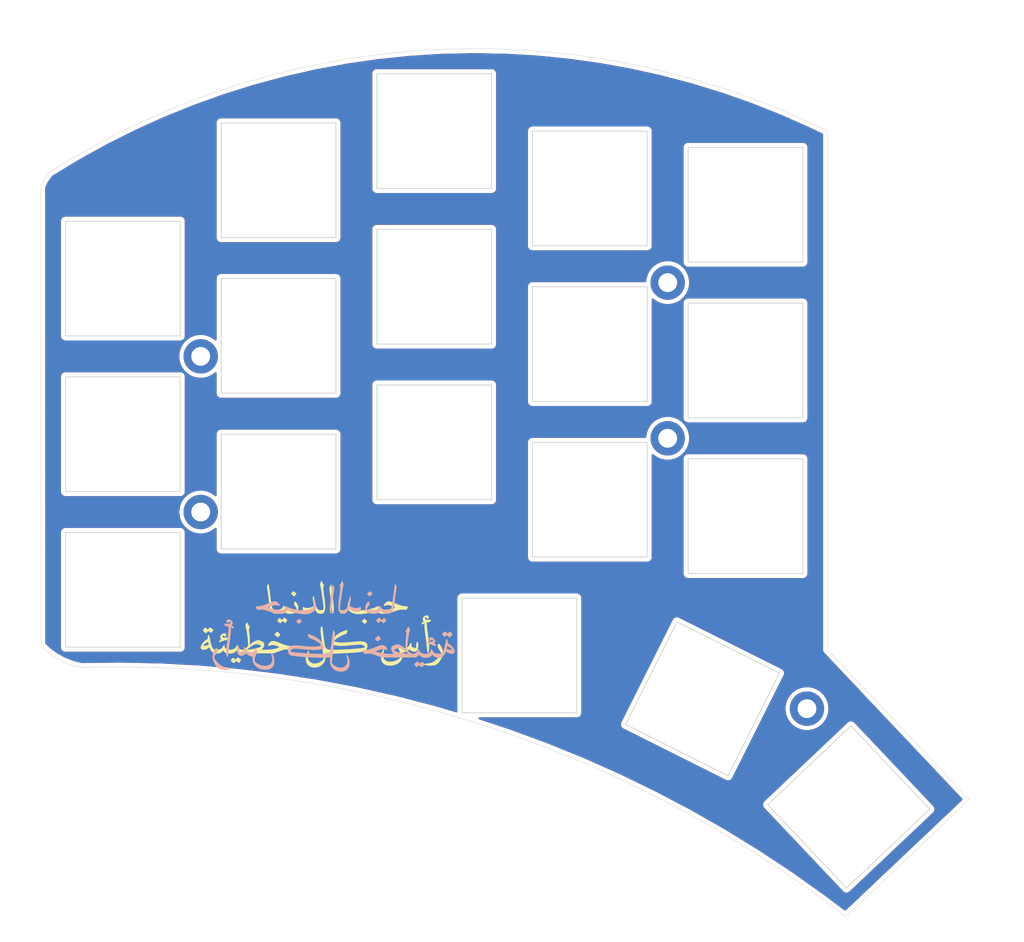
<source format=kicad_pcb>
(kicad_pcb (version 20171130) (host pcbnew 5.1.8)

  (general
    (thickness 1.6)
    (drawings 8)
    (tracks 0)
    (zones 0)
    (modules 27)
    (nets 1)
  )

  (page A4)
  (layers
    (0 F.Cu signal)
    (31 B.Cu signal)
    (32 B.Adhes user)
    (33 F.Adhes user)
    (34 B.Paste user)
    (35 F.Paste user)
    (36 B.SilkS user)
    (37 F.SilkS user)
    (38 B.Mask user)
    (39 F.Mask user)
    (40 Dwgs.User user)
    (41 Cmts.User user)
    (42 Eco1.User user)
    (43 Eco2.User user)
    (44 Edge.Cuts user)
    (45 Margin user)
    (46 B.CrtYd user)
    (47 F.CrtYd user)
    (48 B.Fab user)
    (49 F.Fab user)
  )

  (setup
    (last_trace_width 0.25)
    (trace_clearance 0.2)
    (zone_clearance 0.508)
    (zone_45_only no)
    (trace_min 0.2)
    (via_size 0.8)
    (via_drill 0.4)
    (via_min_size 0.4)
    (via_min_drill 0.3)
    (uvia_size 0.3)
    (uvia_drill 0.1)
    (uvias_allowed no)
    (uvia_min_size 0.2)
    (uvia_min_drill 0.1)
    (edge_width 0.05)
    (segment_width 0.2)
    (pcb_text_width 0.3)
    (pcb_text_size 1.5 1.5)
    (mod_edge_width 0.12)
    (mod_text_size 1 1)
    (mod_text_width 0.15)
    (pad_size 1.7526 2.0574)
    (pad_drill 1.0922)
    (pad_to_mask_clearance 0.051)
    (solder_mask_min_width 0.25)
    (aux_axis_origin 0 0)
    (visible_elements 7FFFFFFF)
    (pcbplotparams
      (layerselection 0x3ffff_ffffffff)
      (usegerberextensions false)
      (usegerberattributes false)
      (usegerberadvancedattributes false)
      (creategerberjobfile false)
      (excludeedgelayer true)
      (linewidth 0.100000)
      (plotframeref false)
      (viasonmask false)
      (mode 1)
      (useauxorigin false)
      (hpglpennumber 1)
      (hpglpenspeed 20)
      (hpglpendiameter 15.000000)
      (psnegative false)
      (psa4output false)
      (plotreference true)
      (plotvalue true)
      (plotinvisibletext false)
      (padsonsilk false)
      (subtractmaskfromsilk false)
      (outputformat 1)
      (mirror false)
      (drillshape 0)
      (scaleselection 1)
      (outputdirectory "gerber-plate/"))
  )

  (net 0 "")

  (net_class Default "This is the default net class."
    (clearance 0.2)
    (trace_width 0.25)
    (via_dia 0.8)
    (via_drill 0.4)
    (uvia_dia 0.3)
    (uvia_drill 0.1)
  )

  (module footprints:hole-m2 (layer F.Cu) (tedit 5F7666C1) (tstamp 5FB41287)
    (at 113.5 91.5)
    (fp_text reference Ref** (at -0.95 -0.55) (layer F.Fab) hide
      (effects (font (size 1 1) (thickness 0.15)))
    )
    (fp_text value Val** (at 0 0.55) (layer F.Fab) hide
      (effects (font (size 1 1) (thickness 0.15)))
    )
    (pad "" thru_hole circle (at 0 0) (size 4.2 4.2) (drill 2.3) (layers *.Cu *.Mask))
  )

  (module footprints:hole-m2 (layer F.Cu) (tedit 5F7666C1) (tstamp 5FB41276)
    (at 96.5 39.5)
    (fp_text reference Ref** (at -0.95 -0.55) (layer F.Fab) hide
      (effects (font (size 1 1) (thickness 0.15)))
    )
    (fp_text value Val** (at 0 0.55) (layer F.Fab) hide
      (effects (font (size 1 1) (thickness 0.15)))
    )
    (pad "" thru_hole circle (at 0 0) (size 4.2 4.2) (drill 2.3) (layers *.Cu *.Mask))
  )

  (module footprints:hole-m2 (layer F.Cu) (tedit 5F7666C1) (tstamp 5FB41265)
    (at 96.5 58.5)
    (fp_text reference Ref** (at -0.95 -0.55) (layer F.Fab) hide
      (effects (font (size 1 1) (thickness 0.15)))
    )
    (fp_text value Val** (at 0 0.55) (layer F.Fab) hide
      (effects (font (size 1 1) (thickness 0.15)))
    )
    (pad "" thru_hole circle (at 0 0) (size 4.2 4.2) (drill 2.3) (layers *.Cu *.Mask))
  )

  (module footprints:hole-m2 (layer F.Cu) (tedit 5F7666C1) (tstamp 5FB41254)
    (at 39.5 67.5)
    (fp_text reference Ref** (at -0.95 -0.55) (layer F.Fab) hide
      (effects (font (size 1 1) (thickness 0.15)))
    )
    (fp_text value Val** (at 0 0.55) (layer F.Fab) hide
      (effects (font (size 1 1) (thickness 0.15)))
    )
    (pad "" thru_hole circle (at 0 0) (size 4.2 4.2) (drill 2.3) (layers *.Cu *.Mask))
  )

  (module footprints:hole-m2 (layer F.Cu) (tedit 5F7666C1) (tstamp 5FB41243)
    (at 39.5 48.5)
    (fp_text reference Ref** (at -0.95 -0.55) (layer F.Fab) hide
      (effects (font (size 1 1) (thickness 0.15)))
    )
    (fp_text value Val** (at 0 0.55) (layer F.Fab) hide
      (effects (font (size 1 1) (thickness 0.15)))
    )
    (pad "" thru_hole circle (at 0 0) (size 4.2 4.2) (drill 2.3) (layers *.Cu *.Mask))
  )

  (module footprints:hole-switch (layer F.Cu) (tedit 5FB3AA25) (tstamp 5E28A892)
    (at 49 46)
    (path /5E36F4A6)
    (fp_text reference SW5 (at 0 3.175) (layer F.SilkS) hide
      (effects (font (size 1.27 1.524) (thickness 0.2032)))
    )
    (fp_text value switch (at 0 5.08) (layer F.SilkS) hide
      (effects (font (size 1.27 1.524) (thickness 0.2032)))
    )
    (fp_line (start -9.5 -9.5) (end 9.5 -9.5) (layer Dwgs.User) (width 0.1))
    (fp_line (start 9.5 -9.5) (end 9.5 9.5) (layer Dwgs.User) (width 0.1))
    (fp_line (start 9.5 9.5) (end -9.5 9.5) (layer Dwgs.User) (width 0.1))
    (fp_line (start -9.5 9.5) (end -9.5 -9.5) (layer Dwgs.User) (width 0.1))
    (fp_line (start -7 -7) (end 7 -7) (layer Edge.Cuts) (width 0.1))
    (fp_line (start 7 -7) (end 7 7) (layer Edge.Cuts) (width 0.1))
    (fp_line (start 7 7) (end -7 7) (layer Edge.Cuts) (width 0.1))
    (fp_line (start -7 7) (end -7 -7) (layer Edge.Cuts) (width 0.1))
    (fp_text user 1.00u (at -5.715 8.255) (layer Dwgs.User)
      (effects (font (size 1.524 1.524) (thickness 0.3048)))
    )
  )

  (module footprints:hole-switch (layer F.Cu) (tedit 5FB3AA25) (tstamp 5E28A9BD)
    (at 106 30)
    (path /5E38B255)
    (fp_text reference SW15 (at 0 3.175) (layer F.SilkS) hide
      (effects (font (size 1.27 1.524) (thickness 0.2032)))
    )
    (fp_text value switch (at 0 5.08) (layer F.SilkS) hide
      (effects (font (size 1.27 1.524) (thickness 0.2032)))
    )
    (fp_line (start -9.5 -9.5) (end 9.5 -9.5) (layer Dwgs.User) (width 0.1))
    (fp_line (start 9.5 -9.5) (end 9.5 9.5) (layer Dwgs.User) (width 0.1))
    (fp_line (start 9.5 9.5) (end -9.5 9.5) (layer Dwgs.User) (width 0.1))
    (fp_line (start -9.5 9.5) (end -9.5 -9.5) (layer Dwgs.User) (width 0.1))
    (fp_line (start -7 -7) (end 7 -7) (layer Edge.Cuts) (width 0.1))
    (fp_line (start 7 -7) (end 7 7) (layer Edge.Cuts) (width 0.1))
    (fp_line (start 7 7) (end -7 7) (layer Edge.Cuts) (width 0.1))
    (fp_line (start -7 7) (end -7 -7) (layer Edge.Cuts) (width 0.1))
    (fp_text user 1.00u (at -5.715 8.255) (layer Dwgs.User)
      (effects (font (size 1.524 1.524) (thickness 0.3048)))
    )
  )

  (module footprints:hole-switch (layer F.Cu) (tedit 5FB3AA25) (tstamp 5E2B1E04)
    (at 118.6 103.5 313.4)
    (path /5E38B27C)
    (fp_text reference SW18 (at 0 3.175 133.4) (layer F.SilkS) hide
      (effects (font (size 1.27 1.524) (thickness 0.2032)))
    )
    (fp_text value switch (at 0 5.08 133.4) (layer F.SilkS) hide
      (effects (font (size 1.27 1.524) (thickness 0.2032)))
    )
    (fp_line (start -9.5 -9.5) (end 9.5 -9.5) (layer Dwgs.User) (width 0.1))
    (fp_line (start 9.5 -9.5) (end 9.5 9.5) (layer Dwgs.User) (width 0.1))
    (fp_line (start 9.5 9.5) (end -9.5 9.5) (layer Dwgs.User) (width 0.1))
    (fp_line (start -9.5 9.5) (end -9.5 -9.5) (layer Dwgs.User) (width 0.1))
    (fp_line (start -7 -7) (end 7 -7) (layer Edge.Cuts) (width 0.1))
    (fp_line (start 7 -7) (end 7 7) (layer Edge.Cuts) (width 0.1))
    (fp_line (start 7 7) (end -7 7) (layer Edge.Cuts) (width 0.1))
    (fp_line (start -7 7) (end -7 -7) (layer Edge.Cuts) (width 0.1))
    (fp_text user 1.00u (at -5.715 8.255 133.4) (layer Dwgs.User)
      (effects (font (size 1.524 1.524) (thickness 0.3048)))
    )
  )

  (module footprints:hole-switch (layer F.Cu) (tedit 5FB3AA25) (tstamp 5E28869A)
    (at 106 68)
    (path /5E38B26F)
    (fp_text reference SW17 (at 0 3.175) (layer F.SilkS) hide
      (effects (font (size 1.27 1.524) (thickness 0.2032)))
    )
    (fp_text value switch (at 0 5.08) (layer F.SilkS) hide
      (effects (font (size 1.27 1.524) (thickness 0.2032)))
    )
    (fp_line (start -9.5 -9.5) (end 9.5 -9.5) (layer Dwgs.User) (width 0.1))
    (fp_line (start 9.5 -9.5) (end 9.5 9.5) (layer Dwgs.User) (width 0.1))
    (fp_line (start 9.5 9.5) (end -9.5 9.5) (layer Dwgs.User) (width 0.1))
    (fp_line (start -9.5 9.5) (end -9.5 -9.5) (layer Dwgs.User) (width 0.1))
    (fp_line (start -7 -7) (end 7 -7) (layer Edge.Cuts) (width 0.1))
    (fp_line (start 7 -7) (end 7 7) (layer Edge.Cuts) (width 0.1))
    (fp_line (start 7 7) (end -7 7) (layer Edge.Cuts) (width 0.1))
    (fp_line (start -7 7) (end -7 -7) (layer Edge.Cuts) (width 0.1))
    (fp_text user 1.00u (at -5.715 8.255) (layer Dwgs.User)
      (effects (font (size 1.524 1.524) (thickness 0.3048)))
    )
  )

  (module footprints:hole-switch (layer F.Cu) (tedit 5FB3AA25) (tstamp 5E28A9D4)
    (at 106 49)
    (path /5E38B262)
    (fp_text reference SW16 (at 0 3.175) (layer F.SilkS) hide
      (effects (font (size 1.27 1.524) (thickness 0.2032)))
    )
    (fp_text value switch (at 0 5.08) (layer F.SilkS) hide
      (effects (font (size 1.27 1.524) (thickness 0.2032)))
    )
    (fp_line (start -9.5 -9.5) (end 9.5 -9.5) (layer Dwgs.User) (width 0.1))
    (fp_line (start 9.5 -9.5) (end 9.5 9.5) (layer Dwgs.User) (width 0.1))
    (fp_line (start 9.5 9.5) (end -9.5 9.5) (layer Dwgs.User) (width 0.1))
    (fp_line (start -9.5 9.5) (end -9.5 -9.5) (layer Dwgs.User) (width 0.1))
    (fp_line (start -7 -7) (end 7 -7) (layer Edge.Cuts) (width 0.1))
    (fp_line (start 7 -7) (end 7 7) (layer Edge.Cuts) (width 0.1))
    (fp_line (start 7 7) (end -7 7) (layer Edge.Cuts) (width 0.1))
    (fp_line (start -7 7) (end -7 -7) (layer Edge.Cuts) (width 0.1))
    (fp_text user 1.00u (at -5.715 8.255) (layer Dwgs.User)
      (effects (font (size 1.524 1.524) (thickness 0.3048)))
    )
  )

  (module footprints:hole-switch (layer F.Cu) (tedit 5FB3AA25) (tstamp 5E2B1CEC)
    (at 100.75 90.3 333.4)
    (path /5E37DEE2)
    (fp_text reference SW14 (at 0 3.175 153.4) (layer F.SilkS) hide
      (effects (font (size 1.27 1.524) (thickness 0.2032)))
    )
    (fp_text value switch (at 0 5.08 153.4) (layer F.SilkS) hide
      (effects (font (size 1.27 1.524) (thickness 0.2032)))
    )
    (fp_line (start -9.5 -9.5) (end 9.5 -9.5) (layer Dwgs.User) (width 0.1))
    (fp_line (start 9.5 -9.5) (end 9.5 9.5) (layer Dwgs.User) (width 0.1))
    (fp_line (start 9.5 9.5) (end -9.5 9.5) (layer Dwgs.User) (width 0.1))
    (fp_line (start -9.5 9.5) (end -9.5 -9.5) (layer Dwgs.User) (width 0.1))
    (fp_line (start -7 -7) (end 7 -7) (layer Edge.Cuts) (width 0.1))
    (fp_line (start 7 -7) (end 7 7) (layer Edge.Cuts) (width 0.1))
    (fp_line (start 7 7) (end -7 7) (layer Edge.Cuts) (width 0.1))
    (fp_line (start -7 7) (end -7 -7) (layer Edge.Cuts) (width 0.1))
    (fp_text user 1.00u (at -5.715 8.255 153.4) (layer Dwgs.User)
      (effects (font (size 1.524 1.524) (thickness 0.3048)))
    )
  )

  (module footprints:hole-switch (layer F.Cu) (tedit 5FB3AA25) (tstamp 5E28A98F)
    (at 87 66)
    (path /5E37DED5)
    (fp_text reference SW13 (at 0 3.175) (layer F.SilkS) hide
      (effects (font (size 1.27 1.524) (thickness 0.2032)))
    )
    (fp_text value switch (at 0 5.08) (layer F.SilkS) hide
      (effects (font (size 1.27 1.524) (thickness 0.2032)))
    )
    (fp_line (start -9.5 -9.5) (end 9.5 -9.5) (layer Dwgs.User) (width 0.1))
    (fp_line (start 9.5 -9.5) (end 9.5 9.5) (layer Dwgs.User) (width 0.1))
    (fp_line (start 9.5 9.5) (end -9.5 9.5) (layer Dwgs.User) (width 0.1))
    (fp_line (start -9.5 9.5) (end -9.5 -9.5) (layer Dwgs.User) (width 0.1))
    (fp_line (start -7 -7) (end 7 -7) (layer Edge.Cuts) (width 0.1))
    (fp_line (start 7 -7) (end 7 7) (layer Edge.Cuts) (width 0.1))
    (fp_line (start 7 7) (end -7 7) (layer Edge.Cuts) (width 0.1))
    (fp_line (start -7 7) (end -7 -7) (layer Edge.Cuts) (width 0.1))
    (fp_text user 1.00u (at -5.715 8.255) (layer Dwgs.User)
      (effects (font (size 1.524 1.524) (thickness 0.3048)))
    )
  )

  (module footprints:hole-switch (layer F.Cu) (tedit 5FB3AA25) (tstamp 5E28A978)
    (at 87 47)
    (path /5E37DEC8)
    (fp_text reference SW12 (at 0 3.175) (layer F.SilkS) hide
      (effects (font (size 1.27 1.524) (thickness 0.2032)))
    )
    (fp_text value switch (at 0 5.08) (layer F.SilkS) hide
      (effects (font (size 1.27 1.524) (thickness 0.2032)))
    )
    (fp_line (start -9.5 -9.5) (end 9.5 -9.5) (layer Dwgs.User) (width 0.1))
    (fp_line (start 9.5 -9.5) (end 9.5 9.5) (layer Dwgs.User) (width 0.1))
    (fp_line (start 9.5 9.5) (end -9.5 9.5) (layer Dwgs.User) (width 0.1))
    (fp_line (start -9.5 9.5) (end -9.5 -9.5) (layer Dwgs.User) (width 0.1))
    (fp_line (start -7 -7) (end 7 -7) (layer Edge.Cuts) (width 0.1))
    (fp_line (start 7 -7) (end 7 7) (layer Edge.Cuts) (width 0.1))
    (fp_line (start 7 7) (end -7 7) (layer Edge.Cuts) (width 0.1))
    (fp_line (start -7 7) (end -7 -7) (layer Edge.Cuts) (width 0.1))
    (fp_text user 1.00u (at -5.715 8.255) (layer Dwgs.User)
      (effects (font (size 1.524 1.524) (thickness 0.3048)))
    )
  )

  (module footprints:hole-switch (layer F.Cu) (tedit 5FB3AA25) (tstamp 5E28A961)
    (at 87 28)
    (path /5E37DEBB)
    (fp_text reference SW11 (at 0 3.175) (layer F.SilkS) hide
      (effects (font (size 1.27 1.524) (thickness 0.2032)))
    )
    (fp_text value switch (at 0 5.08) (layer F.SilkS) hide
      (effects (font (size 1.27 1.524) (thickness 0.2032)))
    )
    (fp_line (start -9.5 -9.5) (end 9.5 -9.5) (layer Dwgs.User) (width 0.1))
    (fp_line (start 9.5 -9.5) (end 9.5 9.5) (layer Dwgs.User) (width 0.1))
    (fp_line (start 9.5 9.5) (end -9.5 9.5) (layer Dwgs.User) (width 0.1))
    (fp_line (start -9.5 9.5) (end -9.5 -9.5) (layer Dwgs.User) (width 0.1))
    (fp_line (start -7 -7) (end 7 -7) (layer Edge.Cuts) (width 0.1))
    (fp_line (start 7 -7) (end 7 7) (layer Edge.Cuts) (width 0.1))
    (fp_line (start 7 7) (end -7 7) (layer Edge.Cuts) (width 0.1))
    (fp_line (start -7 7) (end -7 -7) (layer Edge.Cuts) (width 0.1))
    (fp_text user 1.00u (at -5.715 8.255) (layer Dwgs.User)
      (effects (font (size 1.524 1.524) (thickness 0.3048)))
    )
  )

  (module footprints:hole-switch (layer F.Cu) (tedit 5FB3AA25) (tstamp 5FB3A66A)
    (at 78.4 85)
    (path /5EA1F961)
    (fp_text reference SW10 (at 0 3.175) (layer F.SilkS) hide
      (effects (font (size 1.27 1.524) (thickness 0.2032)))
    )
    (fp_text value switch (at 0 5.08) (layer F.SilkS) hide
      (effects (font (size 1.27 1.524) (thickness 0.2032)))
    )
    (fp_line (start -9.5 -9.5) (end 9.5 -9.5) (layer Dwgs.User) (width 0.1))
    (fp_line (start 9.5 -9.5) (end 9.5 9.5) (layer Dwgs.User) (width 0.1))
    (fp_line (start 9.5 9.5) (end -9.5 9.5) (layer Dwgs.User) (width 0.1))
    (fp_line (start -9.5 9.5) (end -9.5 -9.5) (layer Dwgs.User) (width 0.1))
    (fp_line (start -7 -7) (end 7 -7) (layer Edge.Cuts) (width 0.1))
    (fp_line (start 7 -7) (end 7 7) (layer Edge.Cuts) (width 0.1))
    (fp_line (start 7 7) (end -7 7) (layer Edge.Cuts) (width 0.1))
    (fp_line (start -7 7) (end -7 -7) (layer Edge.Cuts) (width 0.1))
    (fp_text user 1.00u (at -5.715 8.255) (layer Dwgs.User)
      (effects (font (size 1.524 1.524) (thickness 0.3048)))
    )
  )

  (module footprints:hole-switch (layer F.Cu) (tedit 5FB3AA25) (tstamp 5E28A91C)
    (at 68 59)
    (path /5E37DE9A)
    (fp_text reference SW9 (at 0 3.175) (layer F.SilkS) hide
      (effects (font (size 1.27 1.524) (thickness 0.2032)))
    )
    (fp_text value switch (at 0 5.08) (layer F.SilkS) hide
      (effects (font (size 1.27 1.524) (thickness 0.2032)))
    )
    (fp_line (start -9.5 -9.5) (end 9.5 -9.5) (layer Dwgs.User) (width 0.1))
    (fp_line (start 9.5 -9.5) (end 9.5 9.5) (layer Dwgs.User) (width 0.1))
    (fp_line (start 9.5 9.5) (end -9.5 9.5) (layer Dwgs.User) (width 0.1))
    (fp_line (start -9.5 9.5) (end -9.5 -9.5) (layer Dwgs.User) (width 0.1))
    (fp_line (start -7 -7) (end 7 -7) (layer Edge.Cuts) (width 0.1))
    (fp_line (start 7 -7) (end 7 7) (layer Edge.Cuts) (width 0.1))
    (fp_line (start 7 7) (end -7 7) (layer Edge.Cuts) (width 0.1))
    (fp_line (start -7 7) (end -7 -7) (layer Edge.Cuts) (width 0.1))
    (fp_text user 1.00u (at -5.715 8.255) (layer Dwgs.User)
      (effects (font (size 1.524 1.524) (thickness 0.3048)))
    )
  )

  (module footprints:hole-switch (layer F.Cu) (tedit 5FB3AA25) (tstamp 5E28A905)
    (at 68 40)
    (path /5E37DE8D)
    (fp_text reference SW8 (at 0 3.175) (layer F.SilkS) hide
      (effects (font (size 1.27 1.524) (thickness 0.2032)))
    )
    (fp_text value switch (at 0 5.08) (layer F.SilkS) hide
      (effects (font (size 1.27 1.524) (thickness 0.2032)))
    )
    (fp_line (start -9.5 -9.5) (end 9.5 -9.5) (layer Dwgs.User) (width 0.1))
    (fp_line (start 9.5 -9.5) (end 9.5 9.5) (layer Dwgs.User) (width 0.1))
    (fp_line (start 9.5 9.5) (end -9.5 9.5) (layer Dwgs.User) (width 0.1))
    (fp_line (start -9.5 9.5) (end -9.5 -9.5) (layer Dwgs.User) (width 0.1))
    (fp_line (start -7 -7) (end 7 -7) (layer Edge.Cuts) (width 0.1))
    (fp_line (start 7 -7) (end 7 7) (layer Edge.Cuts) (width 0.1))
    (fp_line (start 7 7) (end -7 7) (layer Edge.Cuts) (width 0.1))
    (fp_line (start -7 7) (end -7 -7) (layer Edge.Cuts) (width 0.1))
    (fp_text user 1.00u (at -5.715 8.255) (layer Dwgs.User)
      (effects (font (size 1.524 1.524) (thickness 0.3048)))
    )
  )

  (module footprints:hole-switch (layer F.Cu) (tedit 5FB3AA25) (tstamp 5E28A8EE)
    (at 68 21)
    (path /5E37DE80)
    (fp_text reference SW7 (at 0 3.175) (layer F.SilkS) hide
      (effects (font (size 1.27 1.524) (thickness 0.2032)))
    )
    (fp_text value switch (at 0 5.08) (layer F.SilkS) hide
      (effects (font (size 1.27 1.524) (thickness 0.2032)))
    )
    (fp_line (start -9.5 -9.5) (end 9.5 -9.5) (layer Dwgs.User) (width 0.1))
    (fp_line (start 9.5 -9.5) (end 9.5 9.5) (layer Dwgs.User) (width 0.1))
    (fp_line (start 9.5 9.5) (end -9.5 9.5) (layer Dwgs.User) (width 0.1))
    (fp_line (start -9.5 9.5) (end -9.5 -9.5) (layer Dwgs.User) (width 0.1))
    (fp_line (start -7 -7) (end 7 -7) (layer Edge.Cuts) (width 0.1))
    (fp_line (start 7 -7) (end 7 7) (layer Edge.Cuts) (width 0.1))
    (fp_line (start 7 7) (end -7 7) (layer Edge.Cuts) (width 0.1))
    (fp_line (start -7 7) (end -7 -7) (layer Edge.Cuts) (width 0.1))
    (fp_text user 1.00u (at -5.715 8.255) (layer Dwgs.User)
      (effects (font (size 1.524 1.524) (thickness 0.3048)))
    )
  )

  (module footprints:hole-switch (layer F.Cu) (tedit 5FB3AA25) (tstamp 5E28A8A9)
    (at 49 65)
    (path /5E36F4B3)
    (fp_text reference SW6 (at 0 3.175) (layer F.SilkS) hide
      (effects (font (size 1.27 1.524) (thickness 0.2032)))
    )
    (fp_text value switch (at 0 5.08) (layer F.SilkS) hide
      (effects (font (size 1.27 1.524) (thickness 0.2032)))
    )
    (fp_line (start -9.5 -9.5) (end 9.5 -9.5) (layer Dwgs.User) (width 0.1))
    (fp_line (start 9.5 -9.5) (end 9.5 9.5) (layer Dwgs.User) (width 0.1))
    (fp_line (start 9.5 9.5) (end -9.5 9.5) (layer Dwgs.User) (width 0.1))
    (fp_line (start -9.5 9.5) (end -9.5 -9.5) (layer Dwgs.User) (width 0.1))
    (fp_line (start -7 -7) (end 7 -7) (layer Edge.Cuts) (width 0.1))
    (fp_line (start 7 -7) (end 7 7) (layer Edge.Cuts) (width 0.1))
    (fp_line (start 7 7) (end -7 7) (layer Edge.Cuts) (width 0.1))
    (fp_line (start -7 7) (end -7 -7) (layer Edge.Cuts) (width 0.1))
    (fp_text user 1.00u (at -5.715 8.255) (layer Dwgs.User)
      (effects (font (size 1.524 1.524) (thickness 0.3048)))
    )
  )

  (module footprints:hole-switch (layer F.Cu) (tedit 5FB3AA25) (tstamp 5E28A87B)
    (at 49 27)
    (path /5E36F499)
    (fp_text reference SW4 (at 0 3.175) (layer F.SilkS) hide
      (effects (font (size 1.27 1.524) (thickness 0.2032)))
    )
    (fp_text value switch (at 0 5.08) (layer F.SilkS) hide
      (effects (font (size 1.27 1.524) (thickness 0.2032)))
    )
    (fp_line (start -9.5 -9.5) (end 9.5 -9.5) (layer Dwgs.User) (width 0.1))
    (fp_line (start 9.5 -9.5) (end 9.5 9.5) (layer Dwgs.User) (width 0.1))
    (fp_line (start 9.5 9.5) (end -9.5 9.5) (layer Dwgs.User) (width 0.1))
    (fp_line (start -9.5 9.5) (end -9.5 -9.5) (layer Dwgs.User) (width 0.1))
    (fp_line (start -7 -7) (end 7 -7) (layer Edge.Cuts) (width 0.1))
    (fp_line (start 7 -7) (end 7 7) (layer Edge.Cuts) (width 0.1))
    (fp_line (start 7 7) (end -7 7) (layer Edge.Cuts) (width 0.1))
    (fp_line (start -7 7) (end -7 -7) (layer Edge.Cuts) (width 0.1))
    (fp_text user 1.00u (at -5.715 8.255) (layer Dwgs.User)
      (effects (font (size 1.524 1.524) (thickness 0.3048)))
    )
  )

  (module footprints:hole-switch (layer F.Cu) (tedit 5FB3AA25) (tstamp 5E28A84D)
    (at 30 77)
    (path /5E366E44)
    (fp_text reference SW3 (at 0 3.175) (layer F.SilkS) hide
      (effects (font (size 1.27 1.524) (thickness 0.2032)))
    )
    (fp_text value switch (at 0 5.08) (layer F.SilkS) hide
      (effects (font (size 1.27 1.524) (thickness 0.2032)))
    )
    (fp_line (start -9.5 -9.5) (end 9.5 -9.5) (layer Dwgs.User) (width 0.1))
    (fp_line (start 9.5 -9.5) (end 9.5 9.5) (layer Dwgs.User) (width 0.1))
    (fp_line (start 9.5 9.5) (end -9.5 9.5) (layer Dwgs.User) (width 0.1))
    (fp_line (start -9.5 9.5) (end -9.5 -9.5) (layer Dwgs.User) (width 0.1))
    (fp_line (start -7 -7) (end 7 -7) (layer Edge.Cuts) (width 0.1))
    (fp_line (start 7 -7) (end 7 7) (layer Edge.Cuts) (width 0.1))
    (fp_line (start 7 7) (end -7 7) (layer Edge.Cuts) (width 0.1))
    (fp_line (start -7 7) (end -7 -7) (layer Edge.Cuts) (width 0.1))
    (fp_text user 1.00u (at -5.715 8.255) (layer Dwgs.User)
      (effects (font (size 1.524 1.524) (thickness 0.3048)))
    )
  )

  (module footprints:hole-switch (layer F.Cu) (tedit 5FB3AA25) (tstamp 5E28A836)
    (at 30 58)
    (path /5E363F7D)
    (fp_text reference SW2 (at 0 3.175) (layer F.SilkS) hide
      (effects (font (size 1.27 1.524) (thickness 0.2032)))
    )
    (fp_text value switch (at 0 5.08) (layer F.SilkS) hide
      (effects (font (size 1.27 1.524) (thickness 0.2032)))
    )
    (fp_line (start -9.5 -9.5) (end 9.5 -9.5) (layer Dwgs.User) (width 0.1))
    (fp_line (start 9.5 -9.5) (end 9.5 9.5) (layer Dwgs.User) (width 0.1))
    (fp_line (start 9.5 9.5) (end -9.5 9.5) (layer Dwgs.User) (width 0.1))
    (fp_line (start -9.5 9.5) (end -9.5 -9.5) (layer Dwgs.User) (width 0.1))
    (fp_line (start -7 -7) (end 7 -7) (layer Edge.Cuts) (width 0.1))
    (fp_line (start 7 -7) (end 7 7) (layer Edge.Cuts) (width 0.1))
    (fp_line (start 7 7) (end -7 7) (layer Edge.Cuts) (width 0.1))
    (fp_line (start -7 7) (end -7 -7) (layer Edge.Cuts) (width 0.1))
    (fp_text user 1.00u (at -5.715 8.255) (layer Dwgs.User)
      (effects (font (size 1.524 1.524) (thickness 0.3048)))
    )
  )

  (module footprints:hole-switch (layer F.Cu) (tedit 5FB3AA25) (tstamp 5E28A81F)
    (at 30 39)
    (path /5E360FEB)
    (fp_text reference SW1 (at 0 3.175) (layer F.SilkS) hide
      (effects (font (size 1.27 1.524) (thickness 0.2032)))
    )
    (fp_text value switch (at 0 5.08) (layer F.SilkS) hide
      (effects (font (size 1.27 1.524) (thickness 0.2032)))
    )
    (fp_line (start -9.5 -9.5) (end 9.5 -9.5) (layer Dwgs.User) (width 0.1))
    (fp_line (start 9.5 -9.5) (end 9.5 9.5) (layer Dwgs.User) (width 0.1))
    (fp_line (start 9.5 9.5) (end -9.5 9.5) (layer Dwgs.User) (width 0.1))
    (fp_line (start -9.5 9.5) (end -9.5 -9.5) (layer Dwgs.User) (width 0.1))
    (fp_line (start -7 -7) (end 7 -7) (layer Edge.Cuts) (width 0.1))
    (fp_line (start 7 -7) (end 7 7) (layer Edge.Cuts) (width 0.1))
    (fp_line (start 7 7) (end -7 7) (layer Edge.Cuts) (width 0.1))
    (fp_line (start -7 7) (end -7 -7) (layer Edge.Cuts) (width 0.1))
    (fp_text user 1.00u (at -5.715 8.255) (layer Dwgs.User)
      (effects (font (size 1.524 1.524) (thickness 0.3048)))
    )
  )

  (module footprints:rasu-kulli-khatiah (layer B.Cu) (tedit 0) (tstamp 5FB4EA88)
    (at 55.5 83.5 180)
    (fp_text reference G*** (at 0 0) (layer B.SilkS) hide
      (effects (font (size 1.524 1.524) (thickness 0.3)) (justify mirror))
    )
    (fp_text value LOGO (at 0.75 0) (layer B.SilkS) hide
      (effects (font (size 1.524 1.524) (thickness 0.3)) (justify mirror))
    )
    (fp_poly (pts (xy -0.190731 1.573579) (xy -0.177824 1.562621) (xy -0.165182 1.530989) (xy -0.151077 1.467741)
      (xy -0.13378 1.36194) (xy -0.111563 1.202645) (xy -0.082697 0.978918) (xy -0.045454 0.679819)
      (xy 0.001894 0.294409) (xy 0.019927 0.14727) (xy 0.067443 -0.213275) (xy 0.115062 -0.524506)
      (xy 0.160293 -0.772349) (xy 0.200648 -0.942733) (xy 0.22424 -1.00757) (xy 0.305962 -1.131915)
      (xy 0.413203 -1.219612) (xy 0.563353 -1.276364) (xy 0.773805 -1.307872) (xy 1.061951 -1.319839)
      (xy 1.178577 -1.320471) (xy 1.49995 -1.316625) (xy 1.864699 -1.306063) (xy 2.259743 -1.289741)
      (xy 2.672004 -1.268614) (xy 3.088403 -1.243639) (xy 3.495863 -1.215772) (xy 3.881304 -1.185968)
      (xy 4.231647 -1.155183) (xy 4.533815 -1.124373) (xy 4.774727 -1.094494) (xy 4.941306 -1.066502)
      (xy 5.020474 -1.041354) (xy 5.02262 -1.039512) (xy 5.02657 -0.973654) (xy 4.969251 -0.879345)
      (xy 4.873989 -0.784404) (xy 4.764111 -0.716647) (xy 4.746375 -0.710069) (xy 4.67999 -0.693671)
      (xy 4.591928 -0.683905) (xy 4.471418 -0.681361) (xy 4.307691 -0.686632) (xy 4.089973 -0.700308)
      (xy 3.807496 -0.72298) (xy 3.449487 -0.755239) (xy 3.005176 -0.797677) (xy 2.8194 -0.815817)
      (xy 2.26496 -0.846214) (xy 1.759352 -0.825702) (xy 1.32066 -0.755234) (xy 1.2319 -0.732276)
      (xy 1.078117 -0.684746) (xy 0.99883 -0.63919) (xy 0.969754 -0.57381) (xy 0.966315 -0.49388)
      (xy 1.016129 -0.234097) (xy 1.155829 0.034719) (xy 1.375941 0.300389) (xy 1.666991 0.550732)
      (xy 1.898861 0.704961) (xy 2.097525 0.813253) (xy 2.312933 0.913472) (xy 2.523409 0.997628)
      (xy 2.707277 1.057726) (xy 2.842861 1.085774) (xy 2.906279 1.076441) (xy 2.919443 1.001243)
      (xy 2.889677 0.880088) (xy 2.832853 0.749872) (xy 2.764842 0.647492) (xy 2.705461 0.609601)
      (xy 2.600535 0.584502) (xy 2.433189 0.517326) (xy 2.226904 0.420247) (xy 2.00516 0.305444)
      (xy 1.791436 0.185093) (xy 1.609215 0.071371) (xy 1.481977 -0.023545) (xy 1.478391 -0.026752)
      (xy 1.359715 -0.147492) (xy 1.316051 -0.236609) (xy 1.353624 -0.302135) (xy 1.478659 -0.352098)
      (xy 1.69738 -0.394527) (xy 1.77206 -0.405557) (xy 1.89176 -0.420417) (xy 2.015297 -0.430087)
      (xy 2.154766 -0.434025) (xy 2.322261 -0.431695) (xy 2.529878 -0.422555) (xy 2.789711 -0.406068)
      (xy 3.113855 -0.381694) (xy 3.514404 -0.348895) (xy 4.003453 -0.307129) (xy 4.028321 -0.30498)
      (xy 4.454736 -0.283478) (xy 4.792115 -0.302104) (xy 5.045631 -0.362942) (xy 5.220457 -0.468074)
      (xy 5.321763 -0.619584) (xy 5.354724 -0.819554) (xy 5.354535 -0.839112) (xy 5.327528 -1.052528)
      (xy 5.263776 -1.250015) (xy 5.175545 -1.404266) (xy 5.075099 -1.487977) (xy 5.061076 -1.492435)
      (xy 4.84553 -1.535905) (xy 4.558286 -1.577886) (xy 4.21251 -1.617731) (xy 3.821367 -1.654793)
      (xy 3.398023 -1.688426) (xy 2.955644 -1.717983) (xy 2.507394 -1.742817) (xy 2.06644 -1.762283)
      (xy 1.645947 -1.775733) (xy 1.259081 -1.78252) (xy 0.919007 -1.781999) (xy 0.63889 -1.773523)
      (xy 0.431897 -1.756445) (xy 0.311193 -1.730118) (xy 0.302788 -1.726123) (xy 0.255525 -1.706956)
      (xy 0.227397 -1.723529) (xy 0.214163 -1.793438) (xy 0.211583 -1.934283) (xy 0.214037 -2.094423)
      (xy 0.211195 -2.348892) (xy 0.18755 -2.53891) (xy 0.137867 -2.700422) (xy 0.119582 -2.7432)
      (xy -0.02358 -2.971386) (xy -0.227437 -3.183567) (xy -0.455706 -3.344182) (xy -0.529706 -3.379599)
      (xy -0.716302 -3.433361) (xy -0.948945 -3.468343) (xy -1.182669 -3.480384) (xy -1.372504 -3.465326)
      (xy -1.397 -3.459817) (xy -1.626648 -3.37666) (xy -1.831222 -3.260091) (xy -1.941283 -3.165641)
      (xy -2.082343 -2.939743) (xy -2.162547 -2.656004) (xy -2.179134 -2.339937) (xy -2.12934 -2.017055)
      (xy -2.081687 -1.868805) (xy -1.990908 -1.65873) (xy -1.908298 -1.513394) (xy -1.841944 -1.437028)
      (xy -1.799931 -1.433865) (xy -1.790343 -1.508136) (xy -1.821266 -1.664073) (xy -1.845118 -1.744981)
      (xy -1.917592 -2.062099) (xy -1.91526 -2.331086) (xy -1.837756 -2.572954) (xy -1.8305 -2.587469)
      (xy -1.688368 -2.766097) (xy -1.480399 -2.905049) (xy -1.240268 -2.985156) (xy -1.110782 -2.9972)
      (xy -0.819756 -2.95998) (xy -0.523452 -2.859427) (xy -0.266499 -2.712199) (xy -0.198492 -2.656702)
      (xy 0.003363 -2.474338) (xy -0.028515 -2.164269) (xy -0.042349 -2.034619) (xy -0.065856 -1.819824)
      (xy -0.097281 -1.535691) (xy -0.134869 -1.198031) (xy -0.176862 -0.822652) (xy -0.221506 -0.425363)
      (xy -0.233054 -0.322882) (xy -0.28196 0.114538) (xy -0.319552 0.462957) (xy -0.346496 0.734263)
      (xy -0.36346 0.940348) (xy -0.371111 1.093099) (xy -0.370113 1.204408) (xy -0.361135 1.286164)
      (xy -0.344843 1.350256) (xy -0.329176 1.391618) (xy -0.26951 1.508416) (xy -0.216231 1.571302)
      (xy -0.205631 1.5748) (xy -0.190731 1.573579)) (layer B.SilkS) (width 0.01))
    (fp_poly (pts (xy 11.527378 -0.43829) (xy 11.557553 -0.631074) (xy 11.560716 -0.665863) (xy 11.556443 -0.926272)
      (xy 11.505101 -1.168275) (xy 11.415468 -1.366657) (xy 11.29632 -1.496203) (xy 11.265604 -1.513639)
      (xy 11.069852 -1.554875) (xy 10.851758 -1.518633) (xy 10.645807 -1.411654) (xy 10.613569 -1.386149)
      (xy 10.4648 -1.260968) (xy 10.310822 -1.390531) (xy 10.15332 -1.491377) (xy 9.958057 -1.57532)
      (xy 9.775381 -1.622031) (xy 9.7282 -1.625789) (xy 9.700827 -1.672515) (xy 9.679104 -1.793856)
      (xy 9.668289 -1.95126) (xy 9.612104 -2.308026) (xy 9.467227 -2.617575) (xy 9.23729 -2.875096)
      (xy 8.925927 -3.075778) (xy 8.76774 -3.143463) (xy 8.474072 -3.220659) (xy 8.153936 -3.251276)
      (xy 7.84376 -3.235003) (xy 7.579972 -3.171527) (xy 7.537902 -3.154013) (xy 7.371901 -3.050056)
      (xy 7.216818 -2.90851) (xy 7.182886 -2.867749) (xy 7.101725 -2.745518) (xy 7.053775 -2.61998)
      (xy 7.028151 -2.454065) (xy 7.018325 -2.307261) (xy 7.032845 -1.932054) (xy 7.112549 -1.601035)
      (xy 7.252477 -1.334263) (xy 7.262048 -1.321558) (xy 7.345709 -1.235429) (xy 7.390856 -1.237971)
      (xy 7.394495 -1.322665) (xy 7.35363 -1.482993) (xy 7.346313 -1.504896) (xy 7.265614 -1.854615)
      (xy 7.272502 -2.157671) (xy 7.361289 -2.407689) (xy 7.526291 -2.598293) (xy 7.761823 -2.723107)
      (xy 8.062197 -2.775754) (xy 8.42173 -2.749859) (xy 8.451637 -2.744438) (xy 8.713794 -2.673035)
      (xy 8.969268 -2.56536) (xy 9.189664 -2.436283) (xy 9.346584 -2.300677) (xy 9.378169 -2.259229)
      (xy 9.434927 -2.083281) (xy 9.411824 -1.849229) (xy 9.3086 -1.555454) (xy 9.24285 -1.416954)
      (xy 9.16097 -1.245021) (xy 9.122643 -1.125189) (xy 9.120838 -1.021443) (xy 9.144426 -0.912815)
      (xy 9.188159 -0.787294) (xy 9.231998 -0.716785) (xy 9.244098 -0.7112) (xy 9.299491 -0.749169)
      (xy 9.381056 -0.843602) (xy 9.404793 -0.8763) (xy 9.508943 -1.013636) (xy 9.600344 -1.085298)
      (xy 9.718835 -1.112542) (xy 9.8552 -1.116632) (xy 10.11891 -1.074799) (xy 10.330628 -0.946398)
      (xy 10.493611 -0.729323) (xy 10.513197 -0.690763) (xy 10.584269 -0.557905) (xy 10.642513 -0.4733)
      (xy 10.664065 -0.4572) (xy 10.728894 -0.489382) (xy 10.734196 -0.592147) (xy 10.714955 -0.673805)
      (xy 10.707263 -0.83716) (xy 10.791041 -0.961963) (xy 10.96857 -1.051229) (xy 11.009604 -1.063466)
      (xy 11.18138 -1.095615) (xy 11.277509 -1.067573) (xy 11.310485 -0.969679) (xy 11.300407 -0.838622)
      (xy 11.297254 -0.622301) (xy 11.353358 -0.458054) (xy 11.42589 -0.352391) (xy 11.483693 -0.3456)
      (xy 11.527378 -0.43829)) (layer B.SilkS) (width 0.01))
    (fp_poly (pts (xy 14.123212 -0.602488) (xy 14.236213 -0.732566) (xy 14.26818 -0.777779) (xy 14.446908 -1.103673)
      (xy 14.548378 -1.439884) (xy 14.565279 -1.761335) (xy 14.562531 -1.787609) (xy 14.491139 -2.101735)
      (xy 14.359543 -2.416143) (xy 14.182866 -2.707082) (xy 13.97623 -2.950798) (xy 13.754756 -3.123539)
      (xy 13.691035 -3.156458) (xy 13.520929 -3.205041) (xy 13.285052 -3.235838) (xy 13.017849 -3.24779)
      (xy 12.753764 -3.239837) (xy 12.52724 -3.210919) (xy 12.4587 -3.194365) (xy 12.323582 -3.14041)
      (xy 12.285819 -3.088248) (xy 12.341189 -3.042014) (xy 12.485474 -3.005842) (xy 12.671039 -2.986338)
      (xy 12.955674 -2.951824) (xy 13.195964 -2.88066) (xy 13.341571 -2.814557) (xy 13.596635 -2.657062)
      (xy 13.850311 -2.450409) (xy 14.073885 -2.221513) (xy 14.238644 -1.997293) (xy 14.265676 -1.948283)
      (xy 14.371212 -1.741416) (xy 14.266758 -1.543808) (xy 14.165619 -1.37045) (xy 14.052599 -1.200821)
      (xy 14.035506 -1.177612) (xy 13.954838 -1.049539) (xy 13.929491 -0.928158) (xy 13.942467 -0.783912)
      (xy 13.981261 -0.628068) (xy 14.039869 -0.567624) (xy 14.123212 -0.602488)) (layer B.SilkS) (width 0.01))
    (fp_poly (pts (xy -10.415851 -2.264924) (xy -10.311374 -2.340494) (xy -10.247313 -2.391679) (xy -10.057476 -2.548158)
      (xy -10.146838 -2.700385) (xy -10.242908 -2.846696) (xy -10.322397 -2.907274) (xy -10.409647 -2.889375)
      (xy -10.516704 -2.810676) (xy -10.681575 -2.671946) (xy -10.790996 -2.809173) (xy -10.88092 -2.90737)
      (xy -10.958801 -2.936485) (xy -11.053682 -2.895703) (xy -11.177919 -2.798304) (xy -11.283948 -2.704334)
      (xy -11.322746 -2.640296) (xy -11.305166 -2.571119) (xy -11.268304 -2.506204) (xy -11.165266 -2.361823)
      (xy -11.069175 -2.307999) (xy -10.957751 -2.337984) (xy -10.880514 -2.388746) (xy -10.721489 -2.506319)
      (xy -10.614858 -2.370759) (xy -10.533218 -2.278976) (xy -10.476135 -2.235699) (xy -10.472688 -2.2352)
      (xy -10.415851 -2.264924)) (layer B.SilkS) (width 0.01))
    (fp_poly (pts (xy -9.282054 1.947216) (xy -9.249526 1.869026) (xy -9.176158 1.71699) (xy -9.088192 1.59487)
      (xy -9.020378 1.508916) (xy -9.016479 1.432921) (xy -9.05994 1.336) (xy -9.093748 1.256967)
      (xy -9.109568 1.169212) (xy -9.107407 1.048426) (xy -9.087277 0.870297) (xy -9.060193 0.683116)
      (xy -9.027098 0.402006) (xy -9.005541 0.09578) (xy -8.998924 -0.181896) (xy -9.000567 -0.257305)
      (xy -9.017 -0.692411) (xy -8.724471 -0.477003) (xy -8.450598 -0.297675) (xy -8.213597 -0.195338)
      (xy -7.993321 -0.162893) (xy -7.863457 -0.173593) (xy -7.579976 -0.25279) (xy -7.377633 -0.380764)
      (xy -7.260634 -0.547876) (xy -7.233183 -0.744482) (xy -7.299487 -0.960941) (xy -7.43499 -1.155954)
      (xy -7.592043 -1.334828) (xy -6.907522 -1.307317) (xy -6.575372 -1.28496) (xy -6.250788 -1.246861)
      (xy -5.952967 -1.196749) (xy -5.701106 -1.138351) (xy -5.514403 -1.075395) (xy -5.418163 -1.01813)
      (xy -5.437376 -0.981008) (xy -5.531124 -0.926792) (xy -5.67585 -0.864848) (xy -5.847995 -0.804542)
      (xy -6.024001 -0.75524) (xy -6.137268 -0.732231) (xy -6.391522 -0.740805) (xy -6.523946 -0.782515)
      (xy -6.662661 -0.839306) (xy -6.731238 -0.854003) (xy -6.754284 -0.821208) (xy -6.756403 -0.735525)
      (xy -6.7564 -0.73152) (xy -6.713926 -0.593921) (xy -6.606318 -0.449218) (xy -6.463299 -0.326705)
      (xy -6.314591 -0.255674) (xy -6.266181 -0.248376) (xy -6.10886 -0.247773) (xy -5.966266 -0.264019)
      (xy -5.812054 -0.303989) (xy -5.619879 -0.374555) (xy -5.363396 -0.48259) (xy -5.355742 -0.485914)
      (xy -4.887964 -0.669505) (xy -4.469023 -0.793919) (xy -4.110303 -0.856047) (xy -3.9751 -0.862849)
      (xy -3.843183 -0.86906) (xy -3.766811 -0.883791) (xy -3.7592 -0.891023) (xy -3.780313 -0.949078)
      (xy -3.833472 -1.063006) (xy -3.861013 -1.118017) (xy -3.962826 -1.317586) (xy -4.356313 -1.287697)
      (xy -4.516367 -1.27755) (xy -4.648219 -1.277929) (xy -4.775487 -1.293585) (xy -4.921789 -1.329267)
      (xy -5.110742 -1.389724) (xy -5.365964 -1.479706) (xy -5.4356 -1.504746) (xy -6.1214 -1.751684)
      (xy -8.214078 -1.752142) (xy -10.306755 -1.7526) (xy -10.648931 -1.420952) (xy -10.765083 -1.544591)
      (xy -10.914564 -1.669554) (xy -11.092148 -1.743334) (xy -11.322479 -1.772975) (xy -11.553784 -1.770027)
      (xy -11.755959 -1.756035) (xy -11.889354 -1.731726) (xy -11.986789 -1.686102) (xy -12.081081 -1.608168)
      (xy -12.1049 -1.585365) (xy -12.275603 -1.419913) (xy -12.373382 -1.527957) (xy -12.555607 -1.675665)
      (xy -12.783818 -1.756211) (xy -13.045565 -1.778) (xy -13.26366 -1.764026) (xy -13.426255 -1.715085)
      (xy -13.517988 -1.662639) (xy -13.643425 -1.546934) (xy -13.766844 -1.383074) (xy -13.800878 -1.323573)
      (xy -9.3726 -1.323573) (xy -9.0932 -1.291544) (xy -8.895987 -1.264439) (xy -8.653777 -1.224916)
      (xy -8.4328 -1.184173) (xy -8.204982 -1.131264) (xy -7.978804 -1.065977) (xy -7.808908 -1.004674)
      (xy -7.669691 -0.941501) (xy -7.609671 -0.897142) (xy -7.613666 -0.852793) (xy -7.649951 -0.807771)
      (xy -7.80363 -0.70072) (xy -8.014329 -0.634181) (xy -8.241665 -0.619775) (xy -8.287233 -0.624393)
      (xy -8.49259 -0.687305) (xy -8.740956 -0.821368) (xy -9.014732 -1.016192) (xy -9.1694 -1.145162)
      (xy -9.3726 -1.323573) (xy -13.800878 -1.323573) (xy -13.8176 -1.294339) (xy -13.889515 -1.151826)
      (xy -13.94115 -1.050834) (xy -13.957501 -1.020033) (xy -13.998572 -1.035298) (xy -14.080238 -1.101579)
      (xy -14.084501 -1.105549) (xy -14.259936 -1.228788) (xy -14.452083 -1.299134) (xy -14.641911 -1.319241)
      (xy -14.810393 -1.291765) (xy -14.9385 -1.219361) (xy -15.007203 -1.104682) (xy -15.004966 -0.977126)
      (xy -14.946274 -0.827201) (xy -14.703155 -0.827201) (xy -14.41099 -0.802973) (xy -14.241654 -0.780342)
      (xy -14.111374 -0.747383) (xy -14.061837 -0.721756) (xy -14.030078 -0.622468) (xy -14.050925 -0.507376)
      (xy -14.097 -0.349984) (xy -14.320243 -0.468354) (xy -14.470446 -0.563721) (xy -14.59077 -0.667233)
      (xy -14.62332 -0.706963) (xy -14.703155 -0.827201) (xy -14.946274 -0.827201) (xy -14.874901 -0.644887)
      (xy -14.662563 -0.357236) (xy -14.384098 -0.134688) (xy -14.309352 -0.09331) (xy -14.1802 -0.011585)
      (xy -14.139737 0.060755) (xy -14.144967 0.087136) (xy -14.150885 0.180342) (xy -14.127508 0.306437)
      (xy -14.086426 0.426107) (xy -14.03923 0.500038) (xy -14.020897 0.508) (xy -13.983311 0.463862)
      (xy -13.948935 0.356257) (xy -13.946218 0.3429) (xy -13.851775 -0.121004) (xy -13.765035 -0.491222)
      (xy -13.683814 -0.775183) (xy -13.60593 -0.980319) (xy -13.529197 -1.11406) (xy -13.511846 -1.135097)
      (xy -13.428901 -1.219776) (xy -13.349011 -1.267808) (xy -13.240066 -1.289484) (xy -13.069954 -1.295095)
      (xy -13.012297 -1.295192) (xy -12.739185 -1.274991) (xy -12.538758 -1.206732) (xy -12.388698 -1.078376)
      (xy -12.276717 -0.898421) (xy -12.194697 -0.761877) (xy -12.133313 -0.717831) (xy -12.097549 -0.767517)
      (xy -12.0904 -0.852296) (xy -12.045917 -1.044916) (xy -11.918573 -1.189321) (xy -11.717531 -1.280361)
      (xy -11.451949 -1.312889) (xy -11.285978 -1.30442) (xy -11.018014 -1.247195) (xy -10.820874 -1.131129)
      (xy -10.674941 -0.943678) (xy -10.651117 -0.898421) (xy -10.569376 -0.762585) (xy -10.507549 -0.717209)
      (xy -10.471552 -0.7641) (xy -10.4648 -0.841539) (xy -10.423347 -1.041279) (xy -10.296742 -1.187101)
      (xy -10.182943 -1.2489) (xy -9.980437 -1.312286) (xy -9.809039 -1.307676) (xy -9.638843 -1.228745)
      (xy -9.473089 -1.098761) (xy -9.220759 -0.876722) (xy -9.227475 -0.476461) (xy -9.242106 -0.194509)
      (xy -9.274828 0.145858) (xy -9.321048 0.511174) (xy -9.376173 0.867976) (xy -9.435608 1.182797)
      (xy -9.481966 1.377544) (xy -9.523902 1.54686) (xy -9.534044 1.657994) (xy -9.512167 1.749339)
      (xy -9.47936 1.818823) (xy -9.39701 1.955725) (xy -9.334612 1.997786) (xy -9.282054 1.947216)) (layer B.SilkS) (width 0.01))
    (fp_poly (pts (xy 12.744747 2.857835) (xy 12.799812 2.79734) (xy 12.846996 2.679146) (xy 12.826464 2.58439)
      (xy 12.776835 2.51161) (xy 12.719177 2.446934) (xy 12.673458 2.455156) (xy 12.609647 2.529778)
      (xy 12.505016 2.614433) (xy 12.431212 2.613243) (xy 12.354419 2.559856) (xy 12.368048 2.483843)
      (xy 12.429677 2.41118) (xy 12.50839 2.360958) (xy 12.629449 2.341574) (xy 12.810677 2.347293)
      (xy 12.980094 2.35492) (xy 13.070546 2.343707) (xy 13.103614 2.309406) (xy 13.105622 2.289242)
      (xy 13.080382 2.178488) (xy 12.994481 2.104902) (xy 12.828697 2.053203) (xy 12.8016 2.047559)
      (xy 12.573 2.001605) (xy 12.588364 1.775503) (xy 12.59963 1.659298) (xy 12.622564 1.460563)
      (xy 12.654919 1.197413) (xy 12.694447 0.88796) (xy 12.738901 0.550318) (xy 12.758238 0.4064)
      (xy 12.828793 -0.170941) (xy 12.872069 -0.656457) (xy 12.888085 -1.049063) (xy 12.876862 -1.347676)
      (xy 12.838419 -1.55121) (xy 12.772777 -1.658583) (xy 12.719964 -1.6764) (xy 12.671373 -1.638302)
      (xy 12.650577 -1.516454) (xy 12.6492 -1.453279) (xy 12.642393 -1.343085) (xy 12.62323 -1.148407)
      (xy 12.593592 -0.885359) (xy 12.555362 -0.570052) (xy 12.510423 -0.218602) (xy 12.46668 0.108821)
      (xy 12.41032 0.539954) (xy 12.365268 0.921325) (xy 12.332661 1.241355) (xy 12.313636 1.488467)
      (xy 12.309331 1.651081) (xy 12.31164 1.68702) (xy 12.33912 1.926239) (xy 12.164598 1.843015)
      (xy 12.045754 1.796074) (xy 11.969987 1.784068) (xy 11.962135 1.787731) (xy 11.956446 1.855337)
      (xy 12.000954 1.95688) (xy 12.073618 2.054853) (xy 12.152394 2.111753) (xy 12.152619 2.111825)
      (xy 12.218859 2.143278) (xy 12.203593 2.19238) (xy 12.170309 2.231101) (xy 12.102254 2.3731)
      (xy 12.105098 2.537049) (xy 12.155515 2.643932) (xy 12.299022 2.780005) (xy 12.461453 2.864916)
      (xy 12.618222 2.892811) (xy 12.744747 2.857835)) (layer B.SilkS) (width 0.01))
    (fp_poly (pts (xy -12.004095 0.690221) (xy -11.91429 0.603891) (xy -11.8872 0.478661) (xy -11.921423 0.359026)
      (xy -11.965652 0.302932) (xy -12.033838 0.268764) (xy -12.09502 0.312673) (xy -12.121058 0.34769)
      (xy -12.193989 0.422486) (xy -12.273802 0.415838) (xy -12.300821 0.402536) (xy -12.370233 0.357296)
      (xy -12.365442 0.309839) (xy -12.310515 0.24421) (xy -12.244012 0.187154) (xy -12.157607 0.160441)
      (xy -12.02035 0.158192) (xy -11.8999 0.166203) (xy -11.735669 0.176931) (xy -11.620959 0.17992)
      (xy -11.5824 0.175258) (xy -11.616266 0.049943) (xy -11.697267 -0.056105) (xy -11.794509 -0.102847)
      (xy -11.797043 -0.102911) (xy -11.898947 -0.120632) (xy -12.065226 -0.166044) (xy -12.265742 -0.229557)
      (xy -12.470358 -0.301579) (xy -12.648937 -0.372517) (xy -12.6619 -0.378168) (xy -12.734103 -0.387119)
      (xy -12.7508 -0.333209) (xy -12.715761 -0.242667) (xy -12.630845 -0.138066) (xy -12.625036 -0.132594)
      (xy -12.544024 -0.046269) (xy -12.533804 0.017102) (xy -12.57262 0.080881) (xy -12.639031 0.217427)
      (xy -12.618807 0.351687) (xy -12.508106 0.500485) (xy -12.467783 0.540102) (xy -12.299556 0.660307)
      (xy -12.138755 0.709687) (xy -12.004095 0.690221)) (layer B.SilkS) (width 0.01))
    (fp_poly (pts (xy -5.482083 0.752422) (xy -5.367793 0.653555) (xy -5.295878 0.577841) (xy -5.2832 0.554196)
      (xy -5.313694 0.492243) (xy -5.386776 0.394182) (xy -5.474851 0.292598) (xy -5.550323 0.220075)
      (xy -5.579816 0.203956) (xy -5.634711 0.234592) (xy -5.738104 0.312059) (xy -5.811004 0.371898)
      (xy -6.008607 0.539085) (xy -5.680965 0.912249) (xy -5.482083 0.752422)) (layer B.SilkS) (width 0.01))
    (fp_poly (pts (xy -14.296916 1.289451) (xy -14.121593 1.155726) (xy -14.01671 1.289063) (xy -13.92477 1.385937)
      (xy -13.839641 1.41058) (xy -13.734458 1.361805) (xy -13.620698 1.271591) (xy -13.449196 1.124911)
      (xy -13.561341 0.943456) (xy -13.651234 0.815709) (xy -13.730192 0.771712) (xy -13.830442 0.805302)
      (xy -13.93183 0.872593) (xy -14.087143 0.983186) (xy -14.19558 0.847193) (xy -14.284811 0.74977)
      (xy -14.361688 0.722316) (xy -14.456396 0.765243) (xy -14.567358 0.852267) (xy -14.669717 0.94781)
      (xy -14.727596 1.021272) (xy -14.732458 1.036605) (xy -14.703701 1.102595) (xy -14.632315 1.212058)
      (xy -14.602119 1.252893) (xy -14.472238 1.423176) (xy -14.296916 1.289451)) (layer B.SilkS) (width 0.01))
  )

  (module footprints:hubb-ud-dunya (layer B.Cu) (tedit 0) (tstamp 5FB4EA5A)
    (at 55.5 78.5 180)
    (fp_text reference G*** (at 0 0) (layer B.SilkS) hide
      (effects (font (size 1.524 1.524) (thickness 0.3)) (justify mirror))
    )
    (fp_text value LOGO (at 0.75 0) (layer B.SilkS) hide
      (effects (font (size 1.524 1.524) (thickness 0.3)) (justify mirror))
    )
    (fp_poly (pts (xy 4.132347 -2.156454) (xy 4.243147 -2.248509) (xy 4.309543 -2.318236) (xy 4.318 -2.335978)
      (xy 4.285347 -2.411533) (xy 4.208673 -2.511188) (xy 4.119905 -2.5991) (xy 4.05097 -2.639424)
      (xy 4.047612 -2.639535) (xy 3.974778 -2.607426) (xy 3.863213 -2.529286) (xy 3.818504 -2.492632)
      (xy 3.649208 -2.347795) (xy 3.797951 -2.181322) (xy 3.946694 -2.01485) (xy 4.132347 -2.156454)) (layer B.SilkS) (width 0.01))
    (fp_poly (pts (xy -5.62152 -2.010407) (xy -5.513494 -2.109985) (xy -5.448069 -2.1889) (xy -5.43952 -2.2098)
      (xy -5.466545 -2.279593) (xy -5.537578 -2.386794) (xy -5.55546 -2.409767) (xy -5.674815 -2.558935)
      (xy -5.845813 -2.425108) (xy -6.016812 -2.291282) (xy -6.2738 -2.594508) (xy -6.4643 -2.45754)
      (xy -6.577663 -2.368951) (xy -6.645869 -2.301981) (xy -6.6548 -2.284737) (xy -6.626825 -2.224103)
      (xy -6.558063 -2.12154) (xy -6.543748 -2.10235) (xy -6.466735 -2.000578) (xy -6.421032 -1.939919)
      (xy -6.418131 -1.936015) (xy -6.373272 -1.951536) (xy -6.277232 -2.013807) (xy -6.227956 -2.050176)
      (xy -6.052346 -2.18412) (xy -5.926225 -2.022968) (xy -5.800104 -1.861815) (xy -5.62152 -2.010407)) (layer B.SilkS) (width 0.01))
    (fp_poly (pts (xy 2.317262 0.31814) (xy 2.29005 0.216083) (xy 2.256141 0.144421) (xy 2.183959 -0.074306)
      (xy 2.172768 -0.308005) (xy 2.22197 -0.517521) (xy 2.267473 -0.598844) (xy 2.452795 -0.771702)
      (xy 2.716494 -0.898896) (xy 3.045794 -0.979634) (xy 3.427917 -1.013125) (xy 3.850087 -0.998578)
      (xy 4.299528 -0.935201) (xy 4.763462 -0.822202) (xy 4.944964 -0.764716) (xy 5.158929 -0.689045)
      (xy 5.355156 -0.613832) (xy 5.498827 -0.552574) (xy 5.523975 -0.540238) (xy 5.647946 -0.478518)
      (xy 5.705746 -0.470987) (xy 5.722573 -0.527408) (xy 5.723466 -0.617516) (xy 5.767989 -0.789409)
      (xy 5.846233 -0.877816) (xy 5.913129 -0.923524) (xy 5.992076 -0.950531) (xy 6.106544 -0.961496)
      (xy 6.280003 -0.959079) (xy 6.477 -0.949298) (xy 6.73603 -0.925363) (xy 7.007075 -0.884579)
      (xy 7.266711 -0.832204) (xy 7.491514 -0.773495) (xy 7.658062 -0.713712) (xy 7.735544 -0.666775)
      (xy 7.721468 -0.625186) (xy 7.630641 -0.569427) (xy 7.485402 -0.507769) (xy 7.308091 -0.448483)
      (xy 7.121049 -0.399843) (xy 6.946613 -0.370119) (xy 6.929809 -0.36842) (xy 6.685331 -0.371484)
      (xy 6.510709 -0.427503) (xy 6.40397 -0.478738) (xy 6.359506 -0.477544) (xy 6.350078 -0.419551)
      (xy 6.35 -0.401728) (xy 6.384437 -0.306007) (xy 6.472752 -0.178199) (xy 6.547223 -0.095623)
      (xy 6.681878 0.019317) (xy 6.81924 0.085661) (xy 6.976533 0.102824) (xy 7.170984 0.070222)
      (xy 7.419816 -0.012732) (xy 7.714451 -0.135282) (xy 8.124375 -0.303332) (xy 8.469684 -0.417913)
      (xy 8.768781 -0.484133) (xy 9.040068 -0.507095) (xy 9.0551 -0.507206) (xy 9.215845 -0.518659)
      (xy 9.286442 -0.562116) (xy 9.275284 -0.653281) (xy 9.204125 -0.786064) (xy 9.15506 -0.86048)
      (xy 9.102731 -0.904344) (xy 9.021913 -0.924445) (xy 8.887383 -0.927572) (xy 8.700767 -0.921531)
      (xy 8.529631 -0.917828) (xy 8.38375 -0.924561) (xy 8.238619 -0.946682) (xy 8.069736 -0.989138)
      (xy 7.852598 -1.05688) (xy 7.587183 -1.146462) (xy 7.271658 -1.250897) (xy 7.021716 -1.323316)
      (xy 6.808913 -1.370194) (xy 6.604803 -1.398002) (xy 6.424274 -1.411101) (xy 6.127294 -1.41632)
      (xy 5.906935 -1.389356) (xy 5.740639 -1.320071) (xy 5.605846 -1.198328) (xy 5.48 -1.013987)
      (xy 5.45871 -0.977168) (xy 5.412658 -0.989344) (xy 5.30059 -1.034518) (xy 5.17208 -1.091464)
      (xy 4.834374 -1.220825) (xy 4.451615 -1.325544) (xy 4.046778 -1.402935) (xy 3.642833 -1.450314)
      (xy 3.262755 -1.464997) (xy 2.929516 -1.444298) (xy 2.66609 -1.385535) (xy 2.663493 -1.384604)
      (xy 2.3372 -1.226646) (xy 2.09364 -1.019293) (xy 2.020744 -0.923372) (xy 1.950441 -0.739141)
      (xy 1.930011 -0.501745) (xy 1.954623 -0.243584) (xy 2.019451 0.002944) (xy 2.119665 0.205441)
      (xy 2.202976 0.29934) (xy 2.287336 0.34852) (xy 2.317262 0.31814)) (layer B.SilkS) (width 0.01))
    (fp_poly (pts (xy -7.724269 2.1844) (xy -7.690667 2.086201) (xy -7.652372 1.90354) (xy -7.608828 1.632758)
      (xy -7.559481 1.270196) (xy -7.503776 0.812195) (xy -7.466238 0.4826) (xy -7.43018 0.176614)
      (xy -7.39344 -0.10495) (xy -7.358894 -0.342145) (xy -7.329419 -0.515025) (xy -7.310635 -0.596105)
      (xy -7.205679 -0.790615) (xy -7.037939 -0.911289) (xy -6.800194 -0.962633) (xy -6.719127 -0.9652)
      (xy -6.412088 -0.929551) (xy -6.173957 -0.821255) (xy -6.000598 -0.638289) (xy -5.979204 -0.603018)
      (xy -5.888087 -0.4617) (xy -5.828516 -0.415177) (xy -5.79751 -0.462691) (xy -5.7912 -0.555171)
      (xy -5.74424 -0.731293) (xy -5.607561 -0.866329) (xy -5.50061 -0.918654) (xy -5.369293 -0.947483)
      (xy -5.18518 -0.961166) (xy -4.971528 -0.96133) (xy -4.751593 -0.949598) (xy -4.548632 -0.927597)
      (xy -4.385902 -0.89695) (xy -4.286659 -0.859283) (xy -4.267201 -0.832472) (xy -4.297798 -0.744569)
      (xy -4.375068 -0.616354) (xy -4.477232 -0.482593) (xy -4.507937 -0.448231) (xy -4.59008 -0.342452)
      (xy -4.610281 -0.241414) (xy -4.589647 -0.121937) (xy -4.547659 0.005173) (xy -4.500303 0.080483)
      (xy -4.490114 0.086563) (xy -4.428549 0.059007) (xy -4.342399 -0.035784) (xy -4.249061 -0.172526)
      (xy -4.165929 -0.325934) (xy -4.112961 -0.461621) (xy -4.082944 -0.690303) (xy -4.112393 -0.921958)
      (xy -4.194068 -1.117866) (xy -4.248562 -1.186707) (xy -4.431671 -1.305734) (xy -4.69674 -1.384847)
      (xy -5.030904 -1.420617) (xy -5.132918 -1.4224) (xy -5.439157 -1.392201) (xy -5.684318 -1.305114)
      (xy -5.854741 -1.166399) (xy -5.876708 -1.135924) (xy -5.954606 -1.017036) (xy -6.095542 -1.167909)
      (xy -6.223004 -1.280705) (xy -6.35378 -1.36255) (xy -6.372746 -1.37059) (xy -6.580307 -1.413906)
      (xy -6.824594 -1.414573) (xy -7.053809 -1.374783) (xy -7.152303 -1.337631) (xy -7.276184 -1.262275)
      (xy -7.375831 -1.163038) (xy -7.455981 -1.026748) (xy -7.521375 -0.840235) (xy -7.57675 -0.590328)
      (xy -7.626846 -0.263855) (xy -7.671113 0.104323) (xy -7.709933 0.437373) (xy -7.751835 0.768324)
      (xy -7.793245 1.070805) (xy -7.830589 1.318442) (xy -7.853859 1.452737) (xy -7.891558 1.663017)
      (xy -7.906942 1.805414) (xy -7.899785 1.911217) (xy -7.869857 2.011715) (xy -7.849406 2.062337)
      (xy -7.79155 2.180843) (xy -7.750193 2.211639) (xy -7.724269 2.1844)) (layer B.SilkS) (width 0.01))
    (fp_poly (pts (xy -1.168024 2.412576) (xy -1.094963 2.268944) (xy -1.018843 2.160102) (xy -0.999235 2.140767)
      (xy -0.947949 2.083867) (xy -0.951172 2.016344) (xy -0.994991 1.921911) (xy -1.021356 1.861688)
      (xy -1.037086 1.792082) (xy -1.04135 1.697492) (xy -1.033319 1.562312) (xy -1.012163 1.370938)
      (xy -0.977051 1.107767) (xy -0.936499 0.822121) (xy -0.866197 0.288425) (xy -0.822698 -0.155592)
      (xy -0.80646 -0.518376) (xy -0.817943 -0.808373) (xy -0.857606 -1.034029) (xy -0.925908 -1.20379)
      (xy -1.023307 -1.326103) (xy -1.054639 -1.352078) (xy -1.19892 -1.409435) (xy -1.39026 -1.421288)
      (xy -1.586143 -1.390072) (xy -1.74405 -1.318225) (xy -1.752115 -1.312106) (xy -1.857021 -1.199445)
      (xy -1.963037 -1.039638) (xy -2.005018 -0.958588) (xy -2.117705 -0.715363) (xy -2.281113 -0.883957)
      (xy -2.490645 -1.043077) (xy -2.753585 -1.136084) (xy -3.085395 -1.168285) (xy -3.109521 -1.1684)
      (xy -3.30315 -1.156222) (xy -3.424395 -1.11511) (xy -3.471927 -1.075499) (xy -3.537016 -0.941744)
      (xy -3.552884 -0.772674) (xy -3.515036 -0.624201) (xy -3.509033 -0.614061) (xy -3.462745 -0.570921)
      (xy -3.401713 -0.605031) (xy -3.379182 -0.626761) (xy -3.297925 -0.682333) (xy -3.178483 -0.711425)
      (xy -2.997116 -0.71783) (xy -2.8448 -0.712158) (xy -2.690873 -0.686321) (xy -2.515177 -0.631837)
      (xy -2.35303 -0.562572) (xy -2.239754 -0.492391) (xy -2.214429 -0.464689) (xy -2.208165 -0.392962)
      (xy -2.220216 -0.247809) (xy -2.247996 -0.055233) (xy -2.264262 0.036367) (xy -2.304641 0.27674)
      (xy -2.319489 0.444074) (xy -2.309896 0.563383) (xy -2.290167 0.629346) (xy -2.244844 0.725002)
      (xy -2.213658 0.757128) (xy -2.212577 0.756311) (xy -2.195322 0.701798) (xy -2.162599 0.567416)
      (xy -2.118977 0.372905) (xy -2.069023 0.138) (xy -2.064909 0.118144) (xy -1.981527 -0.251446)
      (xy -1.899442 -0.531069) (xy -1.811205 -0.73198) (xy -1.709365 -0.865436) (xy -1.586475 -0.942691)
      (xy -1.435085 -0.975002) (xy -1.339621 -0.977736) (xy -1.199922 -0.971953) (xy -1.101008 -0.950126)
      (xy -1.038479 -0.898211) (xy -1.007934 -0.802163) (xy -1.004974 -0.647938) (xy -1.025198 -0.421492)
      (xy -1.064208 -0.10878) (xy -1.065143 -0.1016) (xy -1.122092 0.320982) (xy -1.1805 0.727917)
      (xy -1.23818 1.106007) (xy -1.292947 1.442056) (xy -1.342612 1.722865) (xy -1.384989 1.935238)
      (xy -1.417891 2.065976) (xy -1.429087 2.094778) (xy -1.44206 2.196059) (xy -1.390684 2.347682)
      (xy -1.365329 2.399578) (xy -1.254655 2.6162) (xy -1.168024 2.412576)) (layer B.SilkS) (width 0.01))
    (fp_poly (pts (xy -0.076554 2.13829) (xy -0.064826 2.0574) (xy -0.05314 1.964112) (xy -0.030128 1.786709)
      (xy 0.002028 1.541775) (xy 0.041147 1.245892) (xy 0.085046 0.915645) (xy 0.108202 0.742107)
      (xy 0.176036 0.198339) (xy 0.221376 -0.250036) (xy 0.24453 -0.606634) (xy 0.246085 -0.868311)
      (xy 0.226533 -1.132913) (xy 0.192813 -1.311937) (xy 0.146495 -1.400287) (xy 0.089151 -1.392863)
      (xy 0.085513 -1.38938) (xy 0.062459 -1.319632) (xy 0.051314 -1.193971) (xy 0.051117 -1.172633)
      (xy 0.044513 -1.074295) (xy 0.025744 -0.890741) (xy -0.003361 -0.63739) (xy -0.040972 -0.329656)
      (xy -0.08526 0.017044) (xy -0.131182 0.363503) (xy -0.3138 1.717605) (xy -0.198143 1.963703)
      (xy -0.131229 2.102566) (xy -0.09479 2.157886) (xy -0.076554 2.13829)) (layer B.SilkS) (width 0.01))
    (fp_poly (pts (xy -4.624962 1.290804) (xy -4.519574 1.215365) (xy -4.472849 1.177614) (xy -4.301335 1.034428)
      (xy -4.420821 0.872814) (xy -4.510325 0.769557) (xy -4.583966 0.714177) (xy -4.596989 0.7112)
      (xy -4.663994 0.745146) (xy -4.766497 0.8307) (xy -4.812608 0.8763) (xy -4.971547 1.0414)
      (xy -4.85041 1.1811) (xy -4.759846 1.273291) (xy -4.693607 1.319539) (xy -4.686818 1.3208)
      (xy -4.624962 1.290804)) (layer B.SilkS) (width 0.01))
  )

  (module footprints:rasu-kulli-khatiah (layer F.Cu) (tedit 0) (tstamp 5FB4E9E9)
    (at 54.5 83)
    (fp_text reference G*** (at 0 0) (layer F.SilkS) hide
      (effects (font (size 1.524 1.524) (thickness 0.3)))
    )
    (fp_text value LOGO (at 0.75 0) (layer F.SilkS) hide
      (effects (font (size 1.524 1.524) (thickness 0.3)))
    )
    (fp_poly (pts (xy -14.296916 -1.289451) (xy -14.121593 -1.155726) (xy -14.01671 -1.289063) (xy -13.92477 -1.385937)
      (xy -13.839641 -1.41058) (xy -13.734458 -1.361805) (xy -13.620698 -1.271591) (xy -13.449196 -1.124911)
      (xy -13.561341 -0.943456) (xy -13.651234 -0.815709) (xy -13.730192 -0.771712) (xy -13.830442 -0.805302)
      (xy -13.93183 -0.872593) (xy -14.087143 -0.983186) (xy -14.19558 -0.847193) (xy -14.284811 -0.74977)
      (xy -14.361688 -0.722316) (xy -14.456396 -0.765243) (xy -14.567358 -0.852267) (xy -14.669717 -0.94781)
      (xy -14.727596 -1.021272) (xy -14.732458 -1.036605) (xy -14.703701 -1.102595) (xy -14.632315 -1.212058)
      (xy -14.602119 -1.252893) (xy -14.472238 -1.423176) (xy -14.296916 -1.289451)) (layer F.SilkS) (width 0.01))
    (fp_poly (pts (xy -5.482083 -0.752422) (xy -5.367793 -0.653555) (xy -5.295878 -0.577841) (xy -5.2832 -0.554196)
      (xy -5.313694 -0.492243) (xy -5.386776 -0.394182) (xy -5.474851 -0.292598) (xy -5.550323 -0.220075)
      (xy -5.579816 -0.203956) (xy -5.634711 -0.234592) (xy -5.738104 -0.312059) (xy -5.811004 -0.371898)
      (xy -6.008607 -0.539085) (xy -5.680965 -0.912249) (xy -5.482083 -0.752422)) (layer F.SilkS) (width 0.01))
    (fp_poly (pts (xy -12.004095 -0.690221) (xy -11.91429 -0.603891) (xy -11.8872 -0.478661) (xy -11.921423 -0.359026)
      (xy -11.965652 -0.302932) (xy -12.033838 -0.268764) (xy -12.09502 -0.312673) (xy -12.121058 -0.34769)
      (xy -12.193989 -0.422486) (xy -12.273802 -0.415838) (xy -12.300821 -0.402536) (xy -12.370233 -0.357296)
      (xy -12.365442 -0.309839) (xy -12.310515 -0.24421) (xy -12.244012 -0.187154) (xy -12.157607 -0.160441)
      (xy -12.02035 -0.158192) (xy -11.8999 -0.166203) (xy -11.735669 -0.176931) (xy -11.620959 -0.17992)
      (xy -11.5824 -0.175258) (xy -11.616266 -0.049943) (xy -11.697267 0.056105) (xy -11.794509 0.102847)
      (xy -11.797043 0.102911) (xy -11.898947 0.120632) (xy -12.065226 0.166044) (xy -12.265742 0.229557)
      (xy -12.470358 0.301579) (xy -12.648937 0.372517) (xy -12.6619 0.378168) (xy -12.734103 0.387119)
      (xy -12.7508 0.333209) (xy -12.715761 0.242667) (xy -12.630845 0.138066) (xy -12.625036 0.132594)
      (xy -12.544024 0.046269) (xy -12.533804 -0.017102) (xy -12.57262 -0.080881) (xy -12.639031 -0.217427)
      (xy -12.618807 -0.351687) (xy -12.508106 -0.500485) (xy -12.467783 -0.540102) (xy -12.299556 -0.660307)
      (xy -12.138755 -0.709687) (xy -12.004095 -0.690221)) (layer F.SilkS) (width 0.01))
    (fp_poly (pts (xy 12.744747 -2.857835) (xy 12.799812 -2.79734) (xy 12.846996 -2.679146) (xy 12.826464 -2.58439)
      (xy 12.776835 -2.51161) (xy 12.719177 -2.446934) (xy 12.673458 -2.455156) (xy 12.609647 -2.529778)
      (xy 12.505016 -2.614433) (xy 12.431212 -2.613243) (xy 12.354419 -2.559856) (xy 12.368048 -2.483843)
      (xy 12.429677 -2.41118) (xy 12.50839 -2.360958) (xy 12.629449 -2.341574) (xy 12.810677 -2.347293)
      (xy 12.980094 -2.35492) (xy 13.070546 -2.343707) (xy 13.103614 -2.309406) (xy 13.105622 -2.289242)
      (xy 13.080382 -2.178488) (xy 12.994481 -2.104902) (xy 12.828697 -2.053203) (xy 12.8016 -2.047559)
      (xy 12.573 -2.001605) (xy 12.588364 -1.775503) (xy 12.59963 -1.659298) (xy 12.622564 -1.460563)
      (xy 12.654919 -1.197413) (xy 12.694447 -0.88796) (xy 12.738901 -0.550318) (xy 12.758238 -0.4064)
      (xy 12.828793 0.170941) (xy 12.872069 0.656457) (xy 12.888085 1.049063) (xy 12.876862 1.347676)
      (xy 12.838419 1.55121) (xy 12.772777 1.658583) (xy 12.719964 1.6764) (xy 12.671373 1.638302)
      (xy 12.650577 1.516454) (xy 12.6492 1.453279) (xy 12.642393 1.343085) (xy 12.62323 1.148407)
      (xy 12.593592 0.885359) (xy 12.555362 0.570052) (xy 12.510423 0.218602) (xy 12.46668 -0.108821)
      (xy 12.41032 -0.539954) (xy 12.365268 -0.921325) (xy 12.332661 -1.241355) (xy 12.313636 -1.488467)
      (xy 12.309331 -1.651081) (xy 12.31164 -1.68702) (xy 12.33912 -1.926239) (xy 12.164598 -1.843015)
      (xy 12.045754 -1.796074) (xy 11.969987 -1.784068) (xy 11.962135 -1.787731) (xy 11.956446 -1.855337)
      (xy 12.000954 -1.95688) (xy 12.073618 -2.054853) (xy 12.152394 -2.111753) (xy 12.152619 -2.111825)
      (xy 12.218859 -2.143278) (xy 12.203593 -2.19238) (xy 12.170309 -2.231101) (xy 12.102254 -2.3731)
      (xy 12.105098 -2.537049) (xy 12.155515 -2.643932) (xy 12.299022 -2.780005) (xy 12.461453 -2.864916)
      (xy 12.618222 -2.892811) (xy 12.744747 -2.857835)) (layer F.SilkS) (width 0.01))
    (fp_poly (pts (xy -9.282054 -1.947216) (xy -9.249526 -1.869026) (xy -9.176158 -1.71699) (xy -9.088192 -1.59487)
      (xy -9.020378 -1.508916) (xy -9.016479 -1.432921) (xy -9.05994 -1.336) (xy -9.093748 -1.256967)
      (xy -9.109568 -1.169212) (xy -9.107407 -1.048426) (xy -9.087277 -0.870297) (xy -9.060193 -0.683116)
      (xy -9.027098 -0.402006) (xy -9.005541 -0.09578) (xy -8.998924 0.181896) (xy -9.000567 0.257305)
      (xy -9.017 0.692411) (xy -8.724471 0.477003) (xy -8.450598 0.297675) (xy -8.213597 0.195338)
      (xy -7.993321 0.162893) (xy -7.863457 0.173593) (xy -7.579976 0.25279) (xy -7.377633 0.380764)
      (xy -7.260634 0.547876) (xy -7.233183 0.744482) (xy -7.299487 0.960941) (xy -7.43499 1.155954)
      (xy -7.592043 1.334828) (xy -6.907522 1.307317) (xy -6.575372 1.28496) (xy -6.250788 1.246861)
      (xy -5.952967 1.196749) (xy -5.701106 1.138351) (xy -5.514403 1.075395) (xy -5.418163 1.01813)
      (xy -5.437376 0.981008) (xy -5.531124 0.926792) (xy -5.67585 0.864848) (xy -5.847995 0.804542)
      (xy -6.024001 0.75524) (xy -6.137268 0.732231) (xy -6.391522 0.740805) (xy -6.523946 0.782515)
      (xy -6.662661 0.839306) (xy -6.731238 0.854003) (xy -6.754284 0.821208) (xy -6.756403 0.735525)
      (xy -6.7564 0.73152) (xy -6.713926 0.593921) (xy -6.606318 0.449218) (xy -6.463299 0.326705)
      (xy -6.314591 0.255674) (xy -6.266181 0.248376) (xy -6.10886 0.247773) (xy -5.966266 0.264019)
      (xy -5.812054 0.303989) (xy -5.619879 0.374555) (xy -5.363396 0.48259) (xy -5.355742 0.485914)
      (xy -4.887964 0.669505) (xy -4.469023 0.793919) (xy -4.110303 0.856047) (xy -3.9751 0.862849)
      (xy -3.843183 0.86906) (xy -3.766811 0.883791) (xy -3.7592 0.891023) (xy -3.780313 0.949078)
      (xy -3.833472 1.063006) (xy -3.861013 1.118017) (xy -3.962826 1.317586) (xy -4.356313 1.287697)
      (xy -4.516367 1.27755) (xy -4.648219 1.277929) (xy -4.775487 1.293585) (xy -4.921789 1.329267)
      (xy -5.110742 1.389724) (xy -5.365964 1.479706) (xy -5.4356 1.504746) (xy -6.1214 1.751684)
      (xy -8.214078 1.752142) (xy -10.306755 1.7526) (xy -10.648931 1.420952) (xy -10.765083 1.544591)
      (xy -10.914564 1.669554) (xy -11.092148 1.743334) (xy -11.322479 1.772975) (xy -11.553784 1.770027)
      (xy -11.755959 1.756035) (xy -11.889354 1.731726) (xy -11.986789 1.686102) (xy -12.081081 1.608168)
      (xy -12.1049 1.585365) (xy -12.275603 1.419913) (xy -12.373382 1.527957) (xy -12.555607 1.675665)
      (xy -12.783818 1.756211) (xy -13.045565 1.778) (xy -13.26366 1.764026) (xy -13.426255 1.715085)
      (xy -13.517988 1.662639) (xy -13.643425 1.546934) (xy -13.766844 1.383074) (xy -13.800878 1.323573)
      (xy -9.3726 1.323573) (xy -9.0932 1.291544) (xy -8.895987 1.264439) (xy -8.653777 1.224916)
      (xy -8.4328 1.184173) (xy -8.204982 1.131264) (xy -7.978804 1.065977) (xy -7.808908 1.004674)
      (xy -7.669691 0.941501) (xy -7.609671 0.897142) (xy -7.613666 0.852793) (xy -7.649951 0.807771)
      (xy -7.80363 0.70072) (xy -8.014329 0.634181) (xy -8.241665 0.619775) (xy -8.287233 0.624393)
      (xy -8.49259 0.687305) (xy -8.740956 0.821368) (xy -9.014732 1.016192) (xy -9.1694 1.145162)
      (xy -9.3726 1.323573) (xy -13.800878 1.323573) (xy -13.8176 1.294339) (xy -13.889515 1.151826)
      (xy -13.94115 1.050834) (xy -13.957501 1.020033) (xy -13.998572 1.035298) (xy -14.080238 1.101579)
      (xy -14.084501 1.105549) (xy -14.259936 1.228788) (xy -14.452083 1.299134) (xy -14.641911 1.319241)
      (xy -14.810393 1.291765) (xy -14.9385 1.219361) (xy -15.007203 1.104682) (xy -15.004966 0.977126)
      (xy -14.946274 0.827201) (xy -14.703155 0.827201) (xy -14.41099 0.802973) (xy -14.241654 0.780342)
      (xy -14.111374 0.747383) (xy -14.061837 0.721756) (xy -14.030078 0.622468) (xy -14.050925 0.507376)
      (xy -14.097 0.349984) (xy -14.320243 0.468354) (xy -14.470446 0.563721) (xy -14.59077 0.667233)
      (xy -14.62332 0.706963) (xy -14.703155 0.827201) (xy -14.946274 0.827201) (xy -14.874901 0.644887)
      (xy -14.662563 0.357236) (xy -14.384098 0.134688) (xy -14.309352 0.09331) (xy -14.1802 0.011585)
      (xy -14.139737 -0.060755) (xy -14.144967 -0.087136) (xy -14.150885 -0.180342) (xy -14.127508 -0.306437)
      (xy -14.086426 -0.426107) (xy -14.03923 -0.500038) (xy -14.020897 -0.508) (xy -13.983311 -0.463862)
      (xy -13.948935 -0.356257) (xy -13.946218 -0.3429) (xy -13.851775 0.121004) (xy -13.765035 0.491222)
      (xy -13.683814 0.775183) (xy -13.60593 0.980319) (xy -13.529197 1.11406) (xy -13.511846 1.135097)
      (xy -13.428901 1.219776) (xy -13.349011 1.267808) (xy -13.240066 1.289484) (xy -13.069954 1.295095)
      (xy -13.012297 1.295192) (xy -12.739185 1.274991) (xy -12.538758 1.206732) (xy -12.388698 1.078376)
      (xy -12.276717 0.898421) (xy -12.194697 0.761877) (xy -12.133313 0.717831) (xy -12.097549 0.767517)
      (xy -12.0904 0.852296) (xy -12.045917 1.044916) (xy -11.918573 1.189321) (xy -11.717531 1.280361)
      (xy -11.451949 1.312889) (xy -11.285978 1.30442) (xy -11.018014 1.247195) (xy -10.820874 1.131129)
      (xy -10.674941 0.943678) (xy -10.651117 0.898421) (xy -10.569376 0.762585) (xy -10.507549 0.717209)
      (xy -10.471552 0.7641) (xy -10.4648 0.841539) (xy -10.423347 1.041279) (xy -10.296742 1.187101)
      (xy -10.182943 1.2489) (xy -9.980437 1.312286) (xy -9.809039 1.307676) (xy -9.638843 1.228745)
      (xy -9.473089 1.098761) (xy -9.220759 0.876722) (xy -9.227475 0.476461) (xy -9.242106 0.194509)
      (xy -9.274828 -0.145858) (xy -9.321048 -0.511174) (xy -9.376173 -0.867976) (xy -9.435608 -1.182797)
      (xy -9.481966 -1.377544) (xy -9.523902 -1.54686) (xy -9.534044 -1.657994) (xy -9.512167 -1.749339)
      (xy -9.47936 -1.818823) (xy -9.39701 -1.955725) (xy -9.334612 -1.997786) (xy -9.282054 -1.947216)) (layer F.SilkS) (width 0.01))
    (fp_poly (pts (xy -10.415851 2.264924) (xy -10.311374 2.340494) (xy -10.247313 2.391679) (xy -10.057476 2.548158)
      (xy -10.146838 2.700385) (xy -10.242908 2.846696) (xy -10.322397 2.907274) (xy -10.409647 2.889375)
      (xy -10.516704 2.810676) (xy -10.681575 2.671946) (xy -10.790996 2.809173) (xy -10.88092 2.90737)
      (xy -10.958801 2.936485) (xy -11.053682 2.895703) (xy -11.177919 2.798304) (xy -11.283948 2.704334)
      (xy -11.322746 2.640296) (xy -11.305166 2.571119) (xy -11.268304 2.506204) (xy -11.165266 2.361823)
      (xy -11.069175 2.307999) (xy -10.957751 2.337984) (xy -10.880514 2.388746) (xy -10.721489 2.506319)
      (xy -10.614858 2.370759) (xy -10.533218 2.278976) (xy -10.476135 2.235699) (xy -10.472688 2.2352)
      (xy -10.415851 2.264924)) (layer F.SilkS) (width 0.01))
    (fp_poly (pts (xy 14.123212 0.602488) (xy 14.236213 0.732566) (xy 14.26818 0.777779) (xy 14.446908 1.103673)
      (xy 14.548378 1.439884) (xy 14.565279 1.761335) (xy 14.562531 1.787609) (xy 14.491139 2.101735)
      (xy 14.359543 2.416143) (xy 14.182866 2.707082) (xy 13.97623 2.950798) (xy 13.754756 3.123539)
      (xy 13.691035 3.156458) (xy 13.520929 3.205041) (xy 13.285052 3.235838) (xy 13.017849 3.24779)
      (xy 12.753764 3.239837) (xy 12.52724 3.210919) (xy 12.4587 3.194365) (xy 12.323582 3.14041)
      (xy 12.285819 3.088248) (xy 12.341189 3.042014) (xy 12.485474 3.005842) (xy 12.671039 2.986338)
      (xy 12.955674 2.951824) (xy 13.195964 2.88066) (xy 13.341571 2.814557) (xy 13.596635 2.657062)
      (xy 13.850311 2.450409) (xy 14.073885 2.221513) (xy 14.238644 1.997293) (xy 14.265676 1.948283)
      (xy 14.371212 1.741416) (xy 14.266758 1.543808) (xy 14.165619 1.37045) (xy 14.052599 1.200821)
      (xy 14.035506 1.177612) (xy 13.954838 1.049539) (xy 13.929491 0.928158) (xy 13.942467 0.783912)
      (xy 13.981261 0.628068) (xy 14.039869 0.567624) (xy 14.123212 0.602488)) (layer F.SilkS) (width 0.01))
    (fp_poly (pts (xy 11.527378 0.43829) (xy 11.557553 0.631074) (xy 11.560716 0.665863) (xy 11.556443 0.926272)
      (xy 11.505101 1.168275) (xy 11.415468 1.366657) (xy 11.29632 1.496203) (xy 11.265604 1.513639)
      (xy 11.069852 1.554875) (xy 10.851758 1.518633) (xy 10.645807 1.411654) (xy 10.613569 1.386149)
      (xy 10.4648 1.260968) (xy 10.310822 1.390531) (xy 10.15332 1.491377) (xy 9.958057 1.57532)
      (xy 9.775381 1.622031) (xy 9.7282 1.625789) (xy 9.700827 1.672515) (xy 9.679104 1.793856)
      (xy 9.668289 1.95126) (xy 9.612104 2.308026) (xy 9.467227 2.617575) (xy 9.23729 2.875096)
      (xy 8.925927 3.075778) (xy 8.76774 3.143463) (xy 8.474072 3.220659) (xy 8.153936 3.251276)
      (xy 7.84376 3.235003) (xy 7.579972 3.171527) (xy 7.537902 3.154013) (xy 7.371901 3.050056)
      (xy 7.216818 2.90851) (xy 7.182886 2.867749) (xy 7.101725 2.745518) (xy 7.053775 2.61998)
      (xy 7.028151 2.454065) (xy 7.018325 2.307261) (xy 7.032845 1.932054) (xy 7.112549 1.601035)
      (xy 7.252477 1.334263) (xy 7.262048 1.321558) (xy 7.345709 1.235429) (xy 7.390856 1.237971)
      (xy 7.394495 1.322665) (xy 7.35363 1.482993) (xy 7.346313 1.504896) (xy 7.265614 1.854615)
      (xy 7.272502 2.157671) (xy 7.361289 2.407689) (xy 7.526291 2.598293) (xy 7.761823 2.723107)
      (xy 8.062197 2.775754) (xy 8.42173 2.749859) (xy 8.451637 2.744438) (xy 8.713794 2.673035)
      (xy 8.969268 2.56536) (xy 9.189664 2.436283) (xy 9.346584 2.300677) (xy 9.378169 2.259229)
      (xy 9.434927 2.083281) (xy 9.411824 1.849229) (xy 9.3086 1.555454) (xy 9.24285 1.416954)
      (xy 9.16097 1.245021) (xy 9.122643 1.125189) (xy 9.120838 1.021443) (xy 9.144426 0.912815)
      (xy 9.188159 0.787294) (xy 9.231998 0.716785) (xy 9.244098 0.7112) (xy 9.299491 0.749169)
      (xy 9.381056 0.843602) (xy 9.404793 0.8763) (xy 9.508943 1.013636) (xy 9.600344 1.085298)
      (xy 9.718835 1.112542) (xy 9.8552 1.116632) (xy 10.11891 1.074799) (xy 10.330628 0.946398)
      (xy 10.493611 0.729323) (xy 10.513197 0.690763) (xy 10.584269 0.557905) (xy 10.642513 0.4733)
      (xy 10.664065 0.4572) (xy 10.728894 0.489382) (xy 10.734196 0.592147) (xy 10.714955 0.673805)
      (xy 10.707263 0.83716) (xy 10.791041 0.961963) (xy 10.96857 1.051229) (xy 11.009604 1.063466)
      (xy 11.18138 1.095615) (xy 11.277509 1.067573) (xy 11.310485 0.969679) (xy 11.300407 0.838622)
      (xy 11.297254 0.622301) (xy 11.353358 0.458054) (xy 11.42589 0.352391) (xy 11.483693 0.3456)
      (xy 11.527378 0.43829)) (layer F.SilkS) (width 0.01))
    (fp_poly (pts (xy -0.190731 -1.573579) (xy -0.177824 -1.562621) (xy -0.165182 -1.530989) (xy -0.151077 -1.467741)
      (xy -0.13378 -1.36194) (xy -0.111563 -1.202645) (xy -0.082697 -0.978918) (xy -0.045454 -0.679819)
      (xy 0.001894 -0.294409) (xy 0.019927 -0.14727) (xy 0.067443 0.213275) (xy 0.115062 0.524506)
      (xy 0.160293 0.772349) (xy 0.200648 0.942733) (xy 0.22424 1.00757) (xy 0.305962 1.131915)
      (xy 0.413203 1.219612) (xy 0.563353 1.276364) (xy 0.773805 1.307872) (xy 1.061951 1.319839)
      (xy 1.178577 1.320471) (xy 1.49995 1.316625) (xy 1.864699 1.306063) (xy 2.259743 1.289741)
      (xy 2.672004 1.268614) (xy 3.088403 1.243639) (xy 3.495863 1.215772) (xy 3.881304 1.185968)
      (xy 4.231647 1.155183) (xy 4.533815 1.124373) (xy 4.774727 1.094494) (xy 4.941306 1.066502)
      (xy 5.020474 1.041354) (xy 5.02262 1.039512) (xy 5.02657 0.973654) (xy 4.969251 0.879345)
      (xy 4.873989 0.784404) (xy 4.764111 0.716647) (xy 4.746375 0.710069) (xy 4.67999 0.693671)
      (xy 4.591928 0.683905) (xy 4.471418 0.681361) (xy 4.307691 0.686632) (xy 4.089973 0.700308)
      (xy 3.807496 0.72298) (xy 3.449487 0.755239) (xy 3.005176 0.797677) (xy 2.8194 0.815817)
      (xy 2.26496 0.846214) (xy 1.759352 0.825702) (xy 1.32066 0.755234) (xy 1.2319 0.732276)
      (xy 1.078117 0.684746) (xy 0.99883 0.63919) (xy 0.969754 0.57381) (xy 0.966315 0.49388)
      (xy 1.016129 0.234097) (xy 1.155829 -0.034719) (xy 1.375941 -0.300389) (xy 1.666991 -0.550732)
      (xy 1.898861 -0.704961) (xy 2.097525 -0.813253) (xy 2.312933 -0.913472) (xy 2.523409 -0.997628)
      (xy 2.707277 -1.057726) (xy 2.842861 -1.085774) (xy 2.906279 -1.076441) (xy 2.919443 -1.001243)
      (xy 2.889677 -0.880088) (xy 2.832853 -0.749872) (xy 2.764842 -0.647492) (xy 2.705461 -0.609601)
      (xy 2.600535 -0.584502) (xy 2.433189 -0.517326) (xy 2.226904 -0.420247) (xy 2.00516 -0.305444)
      (xy 1.791436 -0.185093) (xy 1.609215 -0.071371) (xy 1.481977 0.023545) (xy 1.478391 0.026752)
      (xy 1.359715 0.147492) (xy 1.316051 0.236609) (xy 1.353624 0.302135) (xy 1.478659 0.352098)
      (xy 1.69738 0.394527) (xy 1.77206 0.405557) (xy 1.89176 0.420417) (xy 2.015297 0.430087)
      (xy 2.154766 0.434025) (xy 2.322261 0.431695) (xy 2.529878 0.422555) (xy 2.789711 0.406068)
      (xy 3.113855 0.381694) (xy 3.514404 0.348895) (xy 4.003453 0.307129) (xy 4.028321 0.30498)
      (xy 4.454736 0.283478) (xy 4.792115 0.302104) (xy 5.045631 0.362942) (xy 5.220457 0.468074)
      (xy 5.321763 0.619584) (xy 5.354724 0.819554) (xy 5.354535 0.839112) (xy 5.327528 1.052528)
      (xy 5.263776 1.250015) (xy 5.175545 1.404266) (xy 5.075099 1.487977) (xy 5.061076 1.492435)
      (xy 4.84553 1.535905) (xy 4.558286 1.577886) (xy 4.21251 1.617731) (xy 3.821367 1.654793)
      (xy 3.398023 1.688426) (xy 2.955644 1.717983) (xy 2.507394 1.742817) (xy 2.06644 1.762283)
      (xy 1.645947 1.775733) (xy 1.259081 1.78252) (xy 0.919007 1.781999) (xy 0.63889 1.773523)
      (xy 0.431897 1.756445) (xy 0.311193 1.730118) (xy 0.302788 1.726123) (xy 0.255525 1.706956)
      (xy 0.227397 1.723529) (xy 0.214163 1.793438) (xy 0.211583 1.934283) (xy 0.214037 2.094423)
      (xy 0.211195 2.348892) (xy 0.18755 2.53891) (xy 0.137867 2.700422) (xy 0.119582 2.7432)
      (xy -0.02358 2.971386) (xy -0.227437 3.183567) (xy -0.455706 3.344182) (xy -0.529706 3.379599)
      (xy -0.716302 3.433361) (xy -0.948945 3.468343) (xy -1.182669 3.480384) (xy -1.372504 3.465326)
      (xy -1.397 3.459817) (xy -1.626648 3.37666) (xy -1.831222 3.260091) (xy -1.941283 3.165641)
      (xy -2.082343 2.939743) (xy -2.162547 2.656004) (xy -2.179134 2.339937) (xy -2.12934 2.017055)
      (xy -2.081687 1.868805) (xy -1.990908 1.65873) (xy -1.908298 1.513394) (xy -1.841944 1.437028)
      (xy -1.799931 1.433865) (xy -1.790343 1.508136) (xy -1.821266 1.664073) (xy -1.845118 1.744981)
      (xy -1.917592 2.062099) (xy -1.91526 2.331086) (xy -1.837756 2.572954) (xy -1.8305 2.587469)
      (xy -1.688368 2.766097) (xy -1.480399 2.905049) (xy -1.240268 2.985156) (xy -1.110782 2.9972)
      (xy -0.819756 2.95998) (xy -0.523452 2.859427) (xy -0.266499 2.712199) (xy -0.198492 2.656702)
      (xy 0.003363 2.474338) (xy -0.028515 2.164269) (xy -0.042349 2.034619) (xy -0.065856 1.819824)
      (xy -0.097281 1.535691) (xy -0.134869 1.198031) (xy -0.176862 0.822652) (xy -0.221506 0.425363)
      (xy -0.233054 0.322882) (xy -0.28196 -0.114538) (xy -0.319552 -0.462957) (xy -0.346496 -0.734263)
      (xy -0.36346 -0.940348) (xy -0.371111 -1.093099) (xy -0.370113 -1.204408) (xy -0.361135 -1.286164)
      (xy -0.344843 -1.350256) (xy -0.329176 -1.391618) (xy -0.26951 -1.508416) (xy -0.216231 -1.571302)
      (xy -0.205631 -1.5748) (xy -0.190731 -1.573579)) (layer F.SilkS) (width 0.01))
  )

  (module footprints:hubb-ud-dunya (layer F.Cu) (tedit 0) (tstamp 5FB4E9A6)
    (at 55.5 78.5)
    (fp_text reference G*** (at 0 0) (layer F.SilkS) hide
      (effects (font (size 1.524 1.524) (thickness 0.3)))
    )
    (fp_text value LOGO (at 0.75 0) (layer F.SilkS) hide
      (effects (font (size 1.524 1.524) (thickness 0.3)))
    )
    (fp_poly (pts (xy -4.624962 -1.290804) (xy -4.519574 -1.215365) (xy -4.472849 -1.177614) (xy -4.301335 -1.034428)
      (xy -4.420821 -0.872814) (xy -4.510325 -0.769557) (xy -4.583966 -0.714177) (xy -4.596989 -0.7112)
      (xy -4.663994 -0.745146) (xy -4.766497 -0.8307) (xy -4.812608 -0.8763) (xy -4.971547 -1.0414)
      (xy -4.85041 -1.1811) (xy -4.759846 -1.273291) (xy -4.693607 -1.319539) (xy -4.686818 -1.3208)
      (xy -4.624962 -1.290804)) (layer F.SilkS) (width 0.01))
    (fp_poly (pts (xy -0.076554 -2.13829) (xy -0.064826 -2.0574) (xy -0.05314 -1.964112) (xy -0.030128 -1.786709)
      (xy 0.002028 -1.541775) (xy 0.041147 -1.245892) (xy 0.085046 -0.915645) (xy 0.108202 -0.742107)
      (xy 0.176036 -0.198339) (xy 0.221376 0.250036) (xy 0.24453 0.606634) (xy 0.246085 0.868311)
      (xy 0.226533 1.132913) (xy 0.192813 1.311937) (xy 0.146495 1.400287) (xy 0.089151 1.392863)
      (xy 0.085513 1.38938) (xy 0.062459 1.319632) (xy 0.051314 1.193971) (xy 0.051117 1.172633)
      (xy 0.044513 1.074295) (xy 0.025744 0.890741) (xy -0.003361 0.63739) (xy -0.040972 0.329656)
      (xy -0.08526 -0.017044) (xy -0.131182 -0.363503) (xy -0.3138 -1.717605) (xy -0.198143 -1.963703)
      (xy -0.131229 -2.102566) (xy -0.09479 -2.157886) (xy -0.076554 -2.13829)) (layer F.SilkS) (width 0.01))
    (fp_poly (pts (xy -1.168024 -2.412576) (xy -1.094963 -2.268944) (xy -1.018843 -2.160102) (xy -0.999235 -2.140767)
      (xy -0.947949 -2.083867) (xy -0.951172 -2.016344) (xy -0.994991 -1.921911) (xy -1.021356 -1.861688)
      (xy -1.037086 -1.792082) (xy -1.04135 -1.697492) (xy -1.033319 -1.562312) (xy -1.012163 -1.370938)
      (xy -0.977051 -1.107767) (xy -0.936499 -0.822121) (xy -0.866197 -0.288425) (xy -0.822698 0.155592)
      (xy -0.80646 0.518376) (xy -0.817943 0.808373) (xy -0.857606 1.034029) (xy -0.925908 1.20379)
      (xy -1.023307 1.326103) (xy -1.054639 1.352078) (xy -1.19892 1.409435) (xy -1.39026 1.421288)
      (xy -1.586143 1.390072) (xy -1.74405 1.318225) (xy -1.752115 1.312106) (xy -1.857021 1.199445)
      (xy -1.963037 1.039638) (xy -2.005018 0.958588) (xy -2.117705 0.715363) (xy -2.281113 0.883957)
      (xy -2.490645 1.043077) (xy -2.753585 1.136084) (xy -3.085395 1.168285) (xy -3.109521 1.1684)
      (xy -3.30315 1.156222) (xy -3.424395 1.11511) (xy -3.471927 1.075499) (xy -3.537016 0.941744)
      (xy -3.552884 0.772674) (xy -3.515036 0.624201) (xy -3.509033 0.614061) (xy -3.462745 0.570921)
      (xy -3.401713 0.605031) (xy -3.379182 0.626761) (xy -3.297925 0.682333) (xy -3.178483 0.711425)
      (xy -2.997116 0.71783) (xy -2.8448 0.712158) (xy -2.690873 0.686321) (xy -2.515177 0.631837)
      (xy -2.35303 0.562572) (xy -2.239754 0.492391) (xy -2.214429 0.464689) (xy -2.208165 0.392962)
      (xy -2.220216 0.247809) (xy -2.247996 0.055233) (xy -2.264262 -0.036367) (xy -2.304641 -0.27674)
      (xy -2.319489 -0.444074) (xy -2.309896 -0.563383) (xy -2.290167 -0.629346) (xy -2.244844 -0.725002)
      (xy -2.213658 -0.757128) (xy -2.212577 -0.756311) (xy -2.195322 -0.701798) (xy -2.162599 -0.567416)
      (xy -2.118977 -0.372905) (xy -2.069023 -0.138) (xy -2.064909 -0.118144) (xy -1.981527 0.251446)
      (xy -1.899442 0.531069) (xy -1.811205 0.73198) (xy -1.709365 0.865436) (xy -1.586475 0.942691)
      (xy -1.435085 0.975002) (xy -1.339621 0.977736) (xy -1.199922 0.971953) (xy -1.101008 0.950126)
      (xy -1.038479 0.898211) (xy -1.007934 0.802163) (xy -1.004974 0.647938) (xy -1.025198 0.421492)
      (xy -1.064208 0.10878) (xy -1.065143 0.1016) (xy -1.122092 -0.320982) (xy -1.1805 -0.727917)
      (xy -1.23818 -1.106007) (xy -1.292947 -1.442056) (xy -1.342612 -1.722865) (xy -1.384989 -1.935238)
      (xy -1.417891 -2.065976) (xy -1.429087 -2.094778) (xy -1.44206 -2.196059) (xy -1.390684 -2.347682)
      (xy -1.365329 -2.399578) (xy -1.254655 -2.6162) (xy -1.168024 -2.412576)) (layer F.SilkS) (width 0.01))
    (fp_poly (pts (xy -7.724269 -2.1844) (xy -7.690667 -2.086201) (xy -7.652372 -1.90354) (xy -7.608828 -1.632758)
      (xy -7.559481 -1.270196) (xy -7.503776 -0.812195) (xy -7.466238 -0.4826) (xy -7.43018 -0.176614)
      (xy -7.39344 0.10495) (xy -7.358894 0.342145) (xy -7.329419 0.515025) (xy -7.310635 0.596105)
      (xy -7.205679 0.790615) (xy -7.037939 0.911289) (xy -6.800194 0.962633) (xy -6.719127 0.9652)
      (xy -6.412088 0.929551) (xy -6.173957 0.821255) (xy -6.000598 0.638289) (xy -5.979204 0.603018)
      (xy -5.888087 0.4617) (xy -5.828516 0.415177) (xy -5.79751 0.462691) (xy -5.7912 0.555171)
      (xy -5.74424 0.731293) (xy -5.607561 0.866329) (xy -5.50061 0.918654) (xy -5.369293 0.947483)
      (xy -5.18518 0.961166) (xy -4.971528 0.96133) (xy -4.751593 0.949598) (xy -4.548632 0.927597)
      (xy -4.385902 0.89695) (xy -4.286659 0.859283) (xy -4.267201 0.832472) (xy -4.297798 0.744569)
      (xy -4.375068 0.616354) (xy -4.477232 0.482593) (xy -4.507937 0.448231) (xy -4.59008 0.342452)
      (xy -4.610281 0.241414) (xy -4.589647 0.121937) (xy -4.547659 -0.005173) (xy -4.500303 -0.080483)
      (xy -4.490114 -0.086563) (xy -4.428549 -0.059007) (xy -4.342399 0.035784) (xy -4.249061 0.172526)
      (xy -4.165929 0.325934) (xy -4.112961 0.461621) (xy -4.082944 0.690303) (xy -4.112393 0.921958)
      (xy -4.194068 1.117866) (xy -4.248562 1.186707) (xy -4.431671 1.305734) (xy -4.69674 1.384847)
      (xy -5.030904 1.420617) (xy -5.132918 1.4224) (xy -5.439157 1.392201) (xy -5.684318 1.305114)
      (xy -5.854741 1.166399) (xy -5.876708 1.135924) (xy -5.954606 1.017036) (xy -6.095542 1.167909)
      (xy -6.223004 1.280705) (xy -6.35378 1.36255) (xy -6.372746 1.37059) (xy -6.580307 1.413906)
      (xy -6.824594 1.414573) (xy -7.053809 1.374783) (xy -7.152303 1.337631) (xy -7.276184 1.262275)
      (xy -7.375831 1.163038) (xy -7.455981 1.026748) (xy -7.521375 0.840235) (xy -7.57675 0.590328)
      (xy -7.626846 0.263855) (xy -7.671113 -0.104323) (xy -7.709933 -0.437373) (xy -7.751835 -0.768324)
      (xy -7.793245 -1.070805) (xy -7.830589 -1.318442) (xy -7.853859 -1.452737) (xy -7.891558 -1.663017)
      (xy -7.906942 -1.805414) (xy -7.899785 -1.911217) (xy -7.869857 -2.011715) (xy -7.849406 -2.062337)
      (xy -7.79155 -2.180843) (xy -7.750193 -2.211639) (xy -7.724269 -2.1844)) (layer F.SilkS) (width 0.01))
    (fp_poly (pts (xy 2.317262 -0.31814) (xy 2.29005 -0.216083) (xy 2.256141 -0.144421) (xy 2.183959 0.074306)
      (xy 2.172768 0.308005) (xy 2.22197 0.517521) (xy 2.267473 0.598844) (xy 2.452795 0.771702)
      (xy 2.716494 0.898896) (xy 3.045794 0.979634) (xy 3.427917 1.013125) (xy 3.850087 0.998578)
      (xy 4.299528 0.935201) (xy 4.763462 0.822202) (xy 4.944964 0.764716) (xy 5.158929 0.689045)
      (xy 5.355156 0.613832) (xy 5.498827 0.552574) (xy 5.523975 0.540238) (xy 5.647946 0.478518)
      (xy 5.705746 0.470987) (xy 5.722573 0.527408) (xy 5.723466 0.617516) (xy 5.767989 0.789409)
      (xy 5.846233 0.877816) (xy 5.913129 0.923524) (xy 5.992076 0.950531) (xy 6.106544 0.961496)
      (xy 6.280003 0.959079) (xy 6.477 0.949298) (xy 6.73603 0.925363) (xy 7.007075 0.884579)
      (xy 7.266711 0.832204) (xy 7.491514 0.773495) (xy 7.658062 0.713712) (xy 7.735544 0.666775)
      (xy 7.721468 0.625186) (xy 7.630641 0.569427) (xy 7.485402 0.507769) (xy 7.308091 0.448483)
      (xy 7.121049 0.399843) (xy 6.946613 0.370119) (xy 6.929809 0.36842) (xy 6.685331 0.371484)
      (xy 6.510709 0.427503) (xy 6.40397 0.478738) (xy 6.359506 0.477544) (xy 6.350078 0.419551)
      (xy 6.35 0.401728) (xy 6.384437 0.306007) (xy 6.472752 0.178199) (xy 6.547223 0.095623)
      (xy 6.681878 -0.019317) (xy 6.81924 -0.085661) (xy 6.976533 -0.102824) (xy 7.170984 -0.070222)
      (xy 7.419816 0.012732) (xy 7.714451 0.135282) (xy 8.124375 0.303332) (xy 8.469684 0.417913)
      (xy 8.768781 0.484133) (xy 9.040068 0.507095) (xy 9.0551 0.507206) (xy 9.215845 0.518659)
      (xy 9.286442 0.562116) (xy 9.275284 0.653281) (xy 9.204125 0.786064) (xy 9.15506 0.86048)
      (xy 9.102731 0.904344) (xy 9.021913 0.924445) (xy 8.887383 0.927572) (xy 8.700767 0.921531)
      (xy 8.529631 0.917828) (xy 8.38375 0.924561) (xy 8.238619 0.946682) (xy 8.069736 0.989138)
      (xy 7.852598 1.05688) (xy 7.587183 1.146462) (xy 7.271658 1.250897) (xy 7.021716 1.323316)
      (xy 6.808913 1.370194) (xy 6.604803 1.398002) (xy 6.424274 1.411101) (xy 6.127294 1.41632)
      (xy 5.906935 1.389356) (xy 5.740639 1.320071) (xy 5.605846 1.198328) (xy 5.48 1.013987)
      (xy 5.45871 0.977168) (xy 5.412658 0.989344) (xy 5.30059 1.034518) (xy 5.17208 1.091464)
      (xy 4.834374 1.220825) (xy 4.451615 1.325544) (xy 4.046778 1.402935) (xy 3.642833 1.450314)
      (xy 3.262755 1.464997) (xy 2.929516 1.444298) (xy 2.66609 1.385535) (xy 2.663493 1.384604)
      (xy 2.3372 1.226646) (xy 2.09364 1.019293) (xy 2.020744 0.923372) (xy 1.950441 0.739141)
      (xy 1.930011 0.501745) (xy 1.954623 0.243584) (xy 2.019451 -0.002944) (xy 2.119665 -0.205441)
      (xy 2.202976 -0.29934) (xy 2.287336 -0.34852) (xy 2.317262 -0.31814)) (layer F.SilkS) (width 0.01))
    (fp_poly (pts (xy -5.62152 2.010407) (xy -5.513494 2.109985) (xy -5.448069 2.1889) (xy -5.43952 2.2098)
      (xy -5.466545 2.279593) (xy -5.537578 2.386794) (xy -5.55546 2.409767) (xy -5.674815 2.558935)
      (xy -5.845813 2.425108) (xy -6.016812 2.291282) (xy -6.2738 2.594508) (xy -6.4643 2.45754)
      (xy -6.577663 2.368951) (xy -6.645869 2.301981) (xy -6.6548 2.284737) (xy -6.626825 2.224103)
      (xy -6.558063 2.12154) (xy -6.543748 2.10235) (xy -6.466735 2.000578) (xy -6.421032 1.939919)
      (xy -6.418131 1.936015) (xy -6.373272 1.951536) (xy -6.277232 2.013807) (xy -6.227956 2.050176)
      (xy -6.052346 2.18412) (xy -5.926225 2.022968) (xy -5.800104 1.861815) (xy -5.62152 2.010407)) (layer F.SilkS) (width 0.01))
    (fp_poly (pts (xy 4.132347 2.156454) (xy 4.243147 2.248509) (xy 4.309543 2.318236) (xy 4.318 2.335978)
      (xy 4.285347 2.411533) (xy 4.208673 2.511188) (xy 4.119905 2.5991) (xy 4.05097 2.639424)
      (xy 4.047612 2.639535) (xy 3.974778 2.607426) (xy 3.863213 2.529286) (xy 3.818504 2.492632)
      (xy 3.649208 2.347795) (xy 3.797951 2.181322) (xy 3.946694 2.01485) (xy 4.132347 2.156454)) (layer F.SilkS) (width 0.01))
  )

  (gr_line (start 116 84.3) (end 133.3 102.6) (layer Edge.Cuts) (width 0.05) (tstamp 5FB3B289))
  (gr_line (start 116 21) (end 116 84.3) (layer Edge.Cuts) (width 0.05))
  (gr_line (start 118.201313 116.892781) (end 133.3 102.6) (layer Edge.Cuts) (width 0.05))
  (gr_arc (start 26.5 77.7) (end 20.000002 83.799998) (angle -36.51307738) (layer Edge.Cuts) (width 0.05))
  (gr_arc (start 29.081666 231.928169) (end 118.201313 116.892781) (angle -39.41007846) (layer Edge.Cuts) (width 0.05))
  (gr_arc (start 24.8 29.5) (end 21.027586 26.0435) (angle -22.6125193) (layer Edge.Cuts) (width 0.05))
  (gr_line (start 19.988572 27.759696) (end 20.000001 83.799999) (layer Edge.Cuts) (width 0.05))
  (gr_arc (start 73 108) (end 116 21) (angle -58.6816949) (layer Edge.Cuts) (width 0.05))

  (zone (net 0) (net_name "") (layer F.Cu) (tstamp 5FB4ED1C) (hatch edge 0.508)
    (connect_pads (clearance 0.508))
    (min_thickness 0.254)
    (fill yes (arc_segments 32) (thermal_gap 0.508) (thermal_bridge_width 0.508))
    (polygon
      (pts
        (xy 140 120) (xy 15 120) (xy 15 5) (xy 140 5)
      )
    )
    (filled_polygon
      (pts
        (xy 76.56444 11.679683) (xy 80.427083 11.900327) (xy 84.27772 12.275804) (xy 88.110232 12.805517) (xy 91.918391 13.488609)
        (xy 95.696058 14.323975) (xy 99.437171 15.310277) (xy 103.135663 16.445914) (xy 106.785621 17.729071) (xy 110.381135 19.15767)
        (xy 113.919369 20.730724) (xy 115.34 21.414738) (xy 115.340001 84.25828) (xy 115.337069 84.281379) (xy 115.340001 84.323141)
        (xy 115.340001 84.332419) (xy 115.342269 84.355449) (xy 115.346174 84.411067) (xy 115.348635 84.420084) (xy 115.349551 84.429383)
        (xy 115.365729 84.482715) (xy 115.380406 84.536488) (xy 115.384578 84.544851) (xy 115.387291 84.553793) (xy 115.413559 84.602937)
        (xy 115.438447 84.652821) (xy 115.444172 84.660211) (xy 115.448576 84.66845) (xy 115.483923 84.711521) (xy 115.498119 84.729844)
        (xy 115.504504 84.736598) (xy 115.531053 84.768948) (xy 115.549045 84.783714) (xy 132.367291 102.574113) (xy 118.15328 116.029439)
        (xy 115.741285 114.207878) (xy 115.740082 114.207) (xy 115.738936 114.206113) (xy 115.725908 114.19661) (xy 111.792907 111.401014)
        (xy 111.790551 111.399397) (xy 111.788198 111.397697) (xy 111.774862 111.388632) (xy 107.751334 108.724972) (xy 107.748931 108.723438)
        (xy 107.746518 108.721813) (xy 107.732888 108.713195) (xy 103.623259 106.1844) (xy 103.620774 106.182927) (xy 103.61834 106.181403)
        (xy 103.604531 106.1733) (xy 103.604432 106.173241) (xy 103.604406 106.173227) (xy 99.41322 103.782092) (xy 99.410677 103.780697)
        (xy 99.408204 103.77926) (xy 99.39413 103.771617) (xy 99.394034 103.771564) (xy 99.394009 103.771551) (xy 98.318505 103.204372)
        (xy 108.016321 103.204372) (xy 108.025791 103.338971) (xy 108.06134 103.469137) (xy 108.121599 103.589867) (xy 108.204254 103.696521)
        (xy 108.229778 103.718689) (xy 117.802773 113.841848) (xy 117.823479 113.868566) (xy 117.848999 113.890731) (xy 117.849005 113.890737)
        (xy 117.925352 113.957046) (xy 118.04253 114.023951) (xy 118.170509 114.06671) (xy 118.304371 114.08368) (xy 118.438971 114.074209)
        (xy 118.569138 114.03866) (xy 118.689868 113.978401) (xy 118.796522 113.895746) (xy 118.818694 113.870218) (xy 128.941844 104.297231)
        (xy 128.968567 104.276521) (xy 128.994757 104.246366) (xy 129.057046 104.174648) (xy 129.123951 104.05747) (xy 129.16671 103.929491)
        (xy 129.18368 103.795629) (xy 129.174209 103.661029) (xy 129.13866 103.530862) (xy 129.078401 103.410132) (xy 129.016457 103.330202)
        (xy 129.016455 103.3302) (xy 128.995746 103.303478) (xy 128.970223 103.281311) (xy 119.397231 93.158156) (xy 119.376521 93.131433)
        (xy 119.345228 93.104254) (xy 119.274647 93.042954) (xy 119.157469 92.976049) (xy 119.02949 92.93329) (xy 118.895629 92.91632)
        (xy 118.761029 92.925791) (xy 118.630862 92.96134) (xy 118.510132 93.021599) (xy 118.430202 93.083543) (xy 118.430195 93.083549)
        (xy 118.403479 93.104254) (xy 118.381315 93.129773) (xy 108.258152 102.702773) (xy 108.231434 102.723479) (xy 108.209269 102.748999)
        (xy 108.209263 102.749005) (xy 108.142954 102.825353) (xy 108.076049 102.942531) (xy 108.03329 103.07051) (xy 108.016321 103.204372)
        (xy 98.318505 103.204372) (xy 95.125847 101.520689) (xy 95.1233 101.519399) (xy 95.120741 101.518024) (xy 95.106413 101.510848)
        (xy 95.106323 101.510802) (xy 95.106299 101.510791) (xy 90.765854 99.402678) (xy 90.763253 99.401468) (xy 90.760662 99.400184)
        (xy 90.746012 99.393444) (xy 86.338034 97.430388) (xy 86.335377 97.429257) (xy 86.332762 97.428068) (xy 86.317897 97.421818)
        (xy 81.847258 95.605989) (xy 81.844593 95.604958) (xy 81.841912 95.603844) (xy 81.826923 95.598119) (xy 81.826848 95.59809)
        (xy 81.826828 95.598083) (xy 77.298462 93.931483) (xy 77.295752 93.930536) (xy 77.293048 93.929517) (xy 77.277872 93.92429)
        (xy 77.277802 93.924266) (xy 77.277784 93.92426) (xy 75.619174 93.375554) (xy 90.670055 93.375554) (xy 90.673646 93.510438)
        (xy 90.703484 93.642031) (xy 90.758419 93.765274) (xy 90.836343 93.875433) (xy 90.934261 93.968272) (xy 91.048409 94.040224)
        (xy 91.079979 94.052327) (xy 103.537974 100.290827) (xy 103.566568 100.308851) (xy 103.598129 100.320951) (xy 103.598136 100.320954)
        (xy 103.692559 100.357152) (xy 103.825553 100.379945) (xy 103.825554 100.379945) (xy 103.892996 100.378149) (xy 103.960439 100.376354)
        (xy 104.092031 100.346517) (xy 104.215275 100.291581) (xy 104.325433 100.213657) (xy 104.418272 100.115739) (xy 104.490225 100.001592)
        (xy 104.502332 99.970012) (xy 108.878691 91.230626) (xy 110.765 91.230626) (xy 110.765 91.769374) (xy 110.870105 92.29777)
        (xy 111.076275 92.795508) (xy 111.375587 93.243461) (xy 111.756539 93.624413) (xy 112.204492 93.923725) (xy 112.70223 94.129895)
        (xy 113.230626 94.235) (xy 113.769374 94.235) (xy 114.29777 94.129895) (xy 114.795508 93.923725) (xy 115.243461 93.624413)
        (xy 115.624413 93.243461) (xy 115.923725 92.795508) (xy 116.129895 92.29777) (xy 116.235 91.769374) (xy 116.235 91.230626)
        (xy 116.129895 90.70223) (xy 115.923725 90.204492) (xy 115.624413 89.756539) (xy 115.243461 89.375587) (xy 114.795508 89.076275)
        (xy 114.29777 88.870105) (xy 113.769374 88.765) (xy 113.230626 88.765) (xy 112.70223 88.870105) (xy 112.204492 89.076275)
        (xy 111.756539 89.375587) (xy 111.375587 89.756539) (xy 111.076275 90.204492) (xy 110.870105 90.70223) (xy 110.765 91.230626)
        (xy 108.878691 91.230626) (xy 110.740823 87.512035) (xy 110.758852 87.483433) (xy 110.807152 87.357441) (xy 110.829945 87.224447)
        (xy 110.826354 87.089561) (xy 110.796517 86.957968) (xy 110.741582 86.834725) (xy 110.663657 86.724566) (xy 110.565739 86.631727)
        (xy 110.4847 86.580645) (xy 110.451592 86.559775) (xy 110.42002 86.547672) (xy 97.962039 80.30918) (xy 97.933433 80.291148)
        (xy 97.807441 80.242848) (xy 97.674447 80.220055) (xy 97.674446 80.220055) (xy 97.607004 80.221851) (xy 97.539561 80.223646)
        (xy 97.407968 80.253483) (xy 97.284725 80.308418) (xy 97.174566 80.386343) (xy 97.081727 80.484261) (xy 97.027804 80.569807)
        (xy 97.0278 80.569815) (xy 97.009776 80.598409) (xy 96.997676 80.629971) (xy 90.759175 93.08797) (xy 90.741149 93.116568)
        (xy 90.729048 93.148133) (xy 90.729046 93.148137) (xy 90.692848 93.242559) (xy 90.670055 93.375554) (xy 75.619174 93.375554)
        (xy 73.53179 92.685) (xy 85.366353 92.685) (xy 85.4 92.688314) (xy 85.534283 92.675088) (xy 85.663406 92.635919)
        (xy 85.782407 92.572312) (xy 85.886711 92.486711) (xy 85.972312 92.382407) (xy 86.035919 92.263406) (xy 86.075088 92.134283)
        (xy 86.085 92.033647) (xy 86.085 92.033646) (xy 86.088314 92) (xy 86.085 91.966353) (xy 86.085 78.033647)
        (xy 86.088314 78) (xy 86.075088 77.865717) (xy 86.035919 77.736594) (xy 85.972312 77.617593) (xy 85.886711 77.513289)
        (xy 85.782407 77.427688) (xy 85.663406 77.364081) (xy 85.534283 77.324912) (xy 85.433647 77.315) (xy 85.4 77.311686)
        (xy 85.366353 77.315) (xy 71.433647 77.315) (xy 71.4 77.311686) (xy 71.366353 77.315) (xy 71.265717 77.324912)
        (xy 71.136594 77.364081) (xy 71.017593 77.427688) (xy 70.913289 77.513289) (xy 70.827688 77.617593) (xy 70.764081 77.736594)
        (xy 70.724912 77.865717) (xy 70.711686 78) (xy 70.715001 78.033657) (xy 70.715 91.824903) (xy 68.046877 91.039358)
        (xy 68.044076 91.038584) (xy 68.041344 91.037756) (xy 68.025783 91.033526) (xy 63.354261 89.824918) (xy 63.35146 89.824243)
        (xy 63.348679 89.8235) (xy 63.333037 89.819801) (xy 63.332986 89.819789) (xy 63.332973 89.819786) (xy 58.62396 88.766731)
        (xy 58.62116 88.766153) (xy 58.618334 88.765498) (xy 58.602527 88.762309) (xy 53.861175 87.865958) (xy 53.858331 87.865469)
        (xy 53.855511 87.864913) (xy 53.839607 87.86225) (xy 49.071143 87.123592) (xy 49.0683 87.1232) (xy 49.065448 87.122735)
        (xy 49.049494 87.120605) (xy 49.049464 87.120601) (xy 49.049457 87.1206) (xy 44.259132 86.540449) (xy 44.256288 86.540152)
        (xy 44.253412 86.539781) (xy 44.237365 86.538178) (xy 39.430432 86.117169) (xy 39.427576 86.116966) (xy 39.424692 86.116691)
        (xy 39.408602 86.115621) (xy 34.590352 85.854218) (xy 34.58748 85.85411) (xy 34.5846 85.853931) (xy 34.568491 85.853395)
        (xy 34.568482 85.853395) (xy 29.744216 85.751886) (xy 29.74134 85.751873) (xy 29.738458 85.75179) (xy 29.722331 85.751788)
        (xy 24.983061 85.809245) (xy 23.962798 85.552874) (xy 22.946498 85.148332) (xy 21.992622 84.612927) (xy 21.114501 83.95349)
        (xy 20.659943 83.518167) (xy 20.657187 70) (xy 22.311686 70) (xy 22.315001 70.033657) (xy 22.315 83.966353)
        (xy 22.311686 84) (xy 22.324912 84.134283) (xy 22.364081 84.263406) (xy 22.427688 84.382407) (xy 22.513289 84.486711)
        (xy 22.617593 84.572312) (xy 22.736594 84.635919) (xy 22.865717 84.675088) (xy 22.922239 84.680655) (xy 23 84.688314)
        (xy 23.033647 84.685) (xy 36.966353 84.685) (xy 37 84.688314) (xy 37.077762 84.680655) (xy 37.134283 84.675088)
        (xy 37.263406 84.635919) (xy 37.382407 84.572312) (xy 37.486711 84.486711) (xy 37.572312 84.382407) (xy 37.635919 84.263406)
        (xy 37.675088 84.134283) (xy 37.688314 84) (xy 37.685 83.966353) (xy 37.685 70.033647) (xy 37.688314 70)
        (xy 37.675088 69.865717) (xy 37.635919 69.736594) (xy 37.572312 69.617593) (xy 37.486711 69.513289) (xy 37.382407 69.427688)
        (xy 37.263406 69.364081) (xy 37.134283 69.324912) (xy 37.033647 69.315) (xy 37 69.311686) (xy 36.966353 69.315)
        (xy 23.033647 69.315) (xy 23 69.311686) (xy 22.966353 69.315) (xy 22.865717 69.324912) (xy 22.736594 69.364081)
        (xy 22.617593 69.427688) (xy 22.513289 69.513289) (xy 22.427688 69.617593) (xy 22.364081 69.736594) (xy 22.324912 69.865717)
        (xy 22.311686 70) (xy 20.657187 70) (xy 20.656623 67.230626) (xy 36.765 67.230626) (xy 36.765 67.769374)
        (xy 36.870105 68.29777) (xy 37.076275 68.795508) (xy 37.375587 69.243461) (xy 37.756539 69.624413) (xy 38.204492 69.923725)
        (xy 38.70223 70.129895) (xy 39.230626 70.235) (xy 39.769374 70.235) (xy 40.29777 70.129895) (xy 40.795508 69.923725)
        (xy 41.243461 69.624413) (xy 41.315 69.552874) (xy 41.315 71.966353) (xy 41.311686 72) (xy 41.324912 72.134283)
        (xy 41.364081 72.263406) (xy 41.427688 72.382407) (xy 41.513289 72.486711) (xy 41.617593 72.572312) (xy 41.736594 72.635919)
        (xy 41.865717 72.675088) (xy 42 72.688314) (xy 42.033647 72.685) (xy 55.966353 72.685) (xy 56 72.688314)
        (xy 56.134283 72.675088) (xy 56.263406 72.635919) (xy 56.382407 72.572312) (xy 56.486711 72.486711) (xy 56.572312 72.382407)
        (xy 56.635919 72.263406) (xy 56.675088 72.134283) (xy 56.685 72.033647) (xy 56.685 72.033646) (xy 56.688314 72)
        (xy 56.685 71.966353) (xy 56.685 58.033647) (xy 56.688314 58) (xy 56.675088 57.865717) (xy 56.635919 57.736594)
        (xy 56.572312 57.617593) (xy 56.486711 57.513289) (xy 56.382407 57.427688) (xy 56.263406 57.364081) (xy 56.134283 57.324912)
        (xy 56.033647 57.315) (xy 56 57.311686) (xy 55.966353 57.315) (xy 42.033647 57.315) (xy 42 57.311686)
        (xy 41.966353 57.315) (xy 41.865717 57.324912) (xy 41.736594 57.364081) (xy 41.617593 57.427688) (xy 41.513289 57.513289)
        (xy 41.427688 57.617593) (xy 41.364081 57.736594) (xy 41.324912 57.865717) (xy 41.311686 58) (xy 41.315001 58.033657)
        (xy 41.315 65.447126) (xy 41.243461 65.375587) (xy 40.795508 65.076275) (xy 40.29777 64.870105) (xy 39.769374 64.765)
        (xy 39.230626 64.765) (xy 38.70223 64.870105) (xy 38.204492 65.076275) (xy 37.756539 65.375587) (xy 37.375587 65.756539)
        (xy 37.076275 66.204492) (xy 36.870105 66.70223) (xy 36.765 67.230626) (xy 20.656623 67.230626) (xy 20.653312 51)
        (xy 22.311686 51) (xy 22.315001 51.033657) (xy 22.315 64.966353) (xy 22.311686 65) (xy 22.324912 65.134283)
        (xy 22.364081 65.263406) (xy 22.427688 65.382407) (xy 22.513289 65.486711) (xy 22.617593 65.572312) (xy 22.736594 65.635919)
        (xy 22.865717 65.675088) (xy 23 65.688314) (xy 23.033647 65.685) (xy 36.966353 65.685) (xy 37 65.688314)
        (xy 37.134283 65.675088) (xy 37.263406 65.635919) (xy 37.382407 65.572312) (xy 37.486711 65.486711) (xy 37.572312 65.382407)
        (xy 37.635919 65.263406) (xy 37.675088 65.134283) (xy 37.685 65.033647) (xy 37.685 65.033646) (xy 37.688314 65)
        (xy 37.685 64.966353) (xy 37.685 51.033647) (xy 37.688314 51) (xy 37.675088 50.865717) (xy 37.635919 50.736594)
        (xy 37.572312 50.617593) (xy 37.486711 50.513289) (xy 37.382407 50.427688) (xy 37.263406 50.364081) (xy 37.134283 50.324912)
        (xy 37.033647 50.315) (xy 37 50.311686) (xy 36.966353 50.315) (xy 23.033647 50.315) (xy 23 50.311686)
        (xy 22.966353 50.315) (xy 22.865717 50.324912) (xy 22.736594 50.364081) (xy 22.617593 50.427688) (xy 22.513289 50.513289)
        (xy 22.427688 50.617593) (xy 22.364081 50.736594) (xy 22.324912 50.865717) (xy 22.311686 51) (xy 20.653312 51)
        (xy 20.652748 48.230626) (xy 36.765 48.230626) (xy 36.765 48.769374) (xy 36.870105 49.29777) (xy 37.076275 49.795508)
        (xy 37.375587 50.243461) (xy 37.756539 50.624413) (xy 38.204492 50.923725) (xy 38.70223 51.129895) (xy 39.230626 51.235)
        (xy 39.769374 51.235) (xy 40.29777 51.129895) (xy 40.795508 50.923725) (xy 41.243461 50.624413) (xy 41.315 50.552874)
        (xy 41.315 52.966353) (xy 41.311686 53) (xy 41.324912 53.134283) (xy 41.364081 53.263406) (xy 41.427688 53.382407)
        (xy 41.513289 53.486711) (xy 41.617593 53.572312) (xy 41.736594 53.635919) (xy 41.865717 53.675088) (xy 42 53.688314)
        (xy 42.033647 53.685) (xy 55.966353 53.685) (xy 56 53.688314) (xy 56.134283 53.675088) (xy 56.263406 53.635919)
        (xy 56.382407 53.572312) (xy 56.486711 53.486711) (xy 56.572312 53.382407) (xy 56.635919 53.263406) (xy 56.675088 53.134283)
        (xy 56.685 53.033647) (xy 56.685 53.033646) (xy 56.688314 53) (xy 56.685 52.966353) (xy 56.685 52)
        (xy 60.311686 52) (xy 60.315001 52.033657) (xy 60.315 65.966353) (xy 60.311686 66) (xy 60.324912 66.134283)
        (xy 60.364081 66.263406) (xy 60.427688 66.382407) (xy 60.513289 66.486711) (xy 60.617593 66.572312) (xy 60.736594 66.635919)
        (xy 60.865717 66.675088) (xy 61 66.688314) (xy 61.033647 66.685) (xy 74.966353 66.685) (xy 75 66.688314)
        (xy 75.134283 66.675088) (xy 75.263406 66.635919) (xy 75.382407 66.572312) (xy 75.486711 66.486711) (xy 75.572312 66.382407)
        (xy 75.635919 66.263406) (xy 75.675088 66.134283) (xy 75.685 66.033647) (xy 75.685 66.033646) (xy 75.688314 66)
        (xy 75.685 65.966353) (xy 75.685 59) (xy 79.311686 59) (xy 79.315001 59.033657) (xy 79.315 72.966353)
        (xy 79.311686 73) (xy 79.324912 73.134283) (xy 79.364081 73.263406) (xy 79.427688 73.382407) (xy 79.513289 73.486711)
        (xy 79.617593 73.572312) (xy 79.736594 73.635919) (xy 79.865717 73.675088) (xy 80 73.688314) (xy 80.033647 73.685)
        (xy 93.966353 73.685) (xy 94 73.688314) (xy 94.134283 73.675088) (xy 94.263406 73.635919) (xy 94.382407 73.572312)
        (xy 94.486711 73.486711) (xy 94.572312 73.382407) (xy 94.635919 73.263406) (xy 94.675088 73.134283) (xy 94.685 73.033647)
        (xy 94.685 73.033646) (xy 94.688314 73) (xy 94.685 72.966353) (xy 94.685 60.552874) (xy 94.756539 60.624413)
        (xy 95.204492 60.923725) (xy 95.70223 61.129895) (xy 96.230626 61.235) (xy 96.769374 61.235) (xy 97.29777 61.129895)
        (xy 97.611364 61) (xy 98.311686 61) (xy 98.315001 61.033657) (xy 98.315 74.966353) (xy 98.311686 75)
        (xy 98.324912 75.134283) (xy 98.364081 75.263406) (xy 98.427688 75.382407) (xy 98.513289 75.486711) (xy 98.617593 75.572312)
        (xy 98.736594 75.635919) (xy 98.865717 75.675088) (xy 99 75.688314) (xy 99.033647 75.685) (xy 112.966353 75.685)
        (xy 113 75.688314) (xy 113.134283 75.675088) (xy 113.263406 75.635919) (xy 113.382407 75.572312) (xy 113.486711 75.486711)
        (xy 113.572312 75.382407) (xy 113.635919 75.263406) (xy 113.675088 75.134283) (xy 113.685 75.033647) (xy 113.685 75.033646)
        (xy 113.688314 75) (xy 113.685 74.966353) (xy 113.685 61.033647) (xy 113.688314 61) (xy 113.675088 60.865717)
        (xy 113.635919 60.736594) (xy 113.572312 60.617593) (xy 113.486711 60.513289) (xy 113.382407 60.427688) (xy 113.263406 60.364081)
        (xy 113.134283 60.324912) (xy 113.033647 60.315) (xy 113 60.311686) (xy 112.966353 60.315) (xy 99.033647 60.315)
        (xy 99 60.311686) (xy 98.966353 60.315) (xy 98.865717 60.324912) (xy 98.736594 60.364081) (xy 98.617593 60.427688)
        (xy 98.513289 60.513289) (xy 98.427688 60.617593) (xy 98.364081 60.736594) (xy 98.324912 60.865717) (xy 98.311686 61)
        (xy 97.611364 61) (xy 97.795508 60.923725) (xy 98.243461 60.624413) (xy 98.624413 60.243461) (xy 98.923725 59.795508)
        (xy 99.129895 59.29777) (xy 99.235 58.769374) (xy 99.235 58.230626) (xy 99.129895 57.70223) (xy 98.923725 57.204492)
        (xy 98.624413 56.756539) (xy 98.243461 56.375587) (xy 97.795508 56.076275) (xy 97.29777 55.870105) (xy 96.769374 55.765)
        (xy 96.230626 55.765) (xy 95.70223 55.870105) (xy 95.204492 56.076275) (xy 94.756539 56.375587) (xy 94.375587 56.756539)
        (xy 94.076275 57.204492) (xy 93.870105 57.70223) (xy 93.765 58.230626) (xy 93.765 58.315) (xy 80.033647 58.315)
        (xy 80 58.311686) (xy 79.966353 58.315) (xy 79.865717 58.324912) (xy 79.736594 58.364081) (xy 79.617593 58.427688)
        (xy 79.513289 58.513289) (xy 79.427688 58.617593) (xy 79.364081 58.736594) (xy 79.324912 58.865717) (xy 79.311686 59)
        (xy 75.685 59) (xy 75.685 52.033647) (xy 75.688314 52) (xy 75.675088 51.865717) (xy 75.635919 51.736594)
        (xy 75.572312 51.617593) (xy 75.486711 51.513289) (xy 75.382407 51.427688) (xy 75.263406 51.364081) (xy 75.134283 51.324912)
        (xy 75.033647 51.315) (xy 75 51.311686) (xy 74.966353 51.315) (xy 61.033647 51.315) (xy 61 51.311686)
        (xy 60.966353 51.315) (xy 60.865717 51.324912) (xy 60.736594 51.364081) (xy 60.617593 51.427688) (xy 60.513289 51.513289)
        (xy 60.427688 51.617593) (xy 60.364081 51.736594) (xy 60.324912 51.865717) (xy 60.311686 52) (xy 56.685 52)
        (xy 56.685 39.033647) (xy 56.688314 39) (xy 56.675088 38.865717) (xy 56.635919 38.736594) (xy 56.572312 38.617593)
        (xy 56.486711 38.513289) (xy 56.382407 38.427688) (xy 56.263406 38.364081) (xy 56.134283 38.324912) (xy 56.033647 38.315)
        (xy 56 38.311686) (xy 55.966353 38.315) (xy 42.033647 38.315) (xy 42 38.311686) (xy 41.966353 38.315)
        (xy 41.865717 38.324912) (xy 41.736594 38.364081) (xy 41.617593 38.427688) (xy 41.513289 38.513289) (xy 41.427688 38.617593)
        (xy 41.364081 38.736594) (xy 41.324912 38.865717) (xy 41.311686 39) (xy 41.315001 39.033657) (xy 41.315 46.447126)
        (xy 41.243461 46.375587) (xy 40.795508 46.076275) (xy 40.29777 45.870105) (xy 39.769374 45.765) (xy 39.230626 45.765)
        (xy 38.70223 45.870105) (xy 38.204492 46.076275) (xy 37.756539 46.375587) (xy 37.375587 46.756539) (xy 37.076275 47.204492)
        (xy 36.870105 47.70223) (xy 36.765 48.230626) (xy 20.652748 48.230626) (xy 20.649437 32) (xy 22.311686 32)
        (xy 22.315001 32.033657) (xy 22.315 45.966353) (xy 22.311686 46) (xy 22.324912 46.134283) (xy 22.364081 46.263406)
        (xy 22.427688 46.382407) (xy 22.513289 46.486711) (xy 22.617593 46.572312) (xy 22.736594 46.635919) (xy 22.865717 46.675088)
        (xy 23 46.688314) (xy 23.033647 46.685) (xy 36.966353 46.685) (xy 37 46.688314) (xy 37.134283 46.675088)
        (xy 37.263406 46.635919) (xy 37.382407 46.572312) (xy 37.486711 46.486711) (xy 37.572312 46.382407) (xy 37.635919 46.263406)
        (xy 37.675088 46.134283) (xy 37.685 46.033647) (xy 37.685 46.033646) (xy 37.688314 46) (xy 37.685 45.966353)
        (xy 37.685 32.033647) (xy 37.688314 32) (xy 37.675088 31.865717) (xy 37.635919 31.736594) (xy 37.572312 31.617593)
        (xy 37.486711 31.513289) (xy 37.382407 31.427688) (xy 37.263406 31.364081) (xy 37.134283 31.324912) (xy 37.033647 31.315)
        (xy 37 31.311686) (xy 36.966353 31.315) (xy 23.033647 31.315) (xy 23 31.311686) (xy 22.966353 31.315)
        (xy 22.865717 31.324912) (xy 22.736594 31.364081) (xy 22.617593 31.427688) (xy 22.513289 31.513289) (xy 22.427688 31.617593)
        (xy 22.364081 31.736594) (xy 22.324912 31.865717) (xy 22.311686 32) (xy 20.649437 32) (xy 20.648601 27.905258)
        (xy 20.93829 27.280753) (xy 21.394561 26.626343) (xy 21.457047 26.554944) (xy 24.689373 24.595012) (xy 28.075516 22.723395)
        (xy 31.534 20.989198) (xy 33.721708 20) (xy 41.311686 20) (xy 41.315001 20.033657) (xy 41.315 33.966353)
        (xy 41.311686 34) (xy 41.324912 34.134283) (xy 41.364081 34.263406) (xy 41.427688 34.382407) (xy 41.513289 34.486711)
        (xy 41.617593 34.572312) (xy 41.736594 34.635919) (xy 41.865717 34.675088) (xy 42 34.688314) (xy 42.033647 34.685)
        (xy 55.966353 34.685) (xy 56 34.688314) (xy 56.134283 34.675088) (xy 56.263406 34.635919) (xy 56.382407 34.572312)
        (xy 56.486711 34.486711) (xy 56.572312 34.382407) (xy 56.635919 34.263406) (xy 56.675088 34.134283) (xy 56.685 34.033647)
        (xy 56.685 34.033646) (xy 56.688314 34) (xy 56.685 33.966353) (xy 56.685 33) (xy 60.311686 33)
        (xy 60.315001 33.033657) (xy 60.315 46.966353) (xy 60.311686 47) (xy 60.324912 47.134283) (xy 60.364081 47.263406)
        (xy 60.427688 47.382407) (xy 60.513289 47.486711) (xy 60.617593 47.572312) (xy 60.736594 47.635919) (xy 60.865717 47.675088)
        (xy 61 47.688314) (xy 61.033647 47.685) (xy 74.966353 47.685) (xy 75 47.688314) (xy 75.134283 47.675088)
        (xy 75.263406 47.635919) (xy 75.382407 47.572312) (xy 75.486711 47.486711) (xy 75.572312 47.382407) (xy 75.635919 47.263406)
        (xy 75.675088 47.134283) (xy 75.685 47.033647) (xy 75.685 47.033646) (xy 75.688314 47) (xy 75.685 46.966353)
        (xy 75.685 40) (xy 79.311686 40) (xy 79.315001 40.033657) (xy 79.315 53.966353) (xy 79.311686 54)
        (xy 79.324912 54.134283) (xy 79.364081 54.263406) (xy 79.427688 54.382407) (xy 79.513289 54.486711) (xy 79.617593 54.572312)
        (xy 79.736594 54.635919) (xy 79.865717 54.675088) (xy 80 54.688314) (xy 80.033647 54.685) (xy 93.966353 54.685)
        (xy 94 54.688314) (xy 94.134283 54.675088) (xy 94.263406 54.635919) (xy 94.382407 54.572312) (xy 94.486711 54.486711)
        (xy 94.572312 54.382407) (xy 94.635919 54.263406) (xy 94.675088 54.134283) (xy 94.685 54.033647) (xy 94.685 54.033646)
        (xy 94.688314 54) (xy 94.685 53.966353) (xy 94.685 41.552874) (xy 94.756539 41.624413) (xy 95.204492 41.923725)
        (xy 95.70223 42.129895) (xy 96.230626 42.235) (xy 96.769374 42.235) (xy 97.29777 42.129895) (xy 97.611364 42)
        (xy 98.311686 42) (xy 98.315001 42.033657) (xy 98.315 55.966353) (xy 98.311686 56) (xy 98.324912 56.134283)
        (xy 98.364081 56.263406) (xy 98.427688 56.382407) (xy 98.513289 56.486711) (xy 98.617593 56.572312) (xy 98.736594 56.635919)
        (xy 98.865717 56.675088) (xy 99 56.688314) (xy 99.033647 56.685) (xy 112.966353 56.685) (xy 113 56.688314)
        (xy 113.134283 56.675088) (xy 113.263406 56.635919) (xy 113.382407 56.572312) (xy 113.486711 56.486711) (xy 113.572312 56.382407)
        (xy 113.635919 56.263406) (xy 113.675088 56.134283) (xy 113.685 56.033647) (xy 113.685 56.033646) (xy 113.688314 56)
        (xy 113.685 55.966353) (xy 113.685 42.033647) (xy 113.688314 42) (xy 113.675088 41.865717) (xy 113.635919 41.736594)
        (xy 113.572312 41.617593) (xy 113.486711 41.513289) (xy 113.382407 41.427688) (xy 113.263406 41.364081) (xy 113.134283 41.324912)
        (xy 113.033647 41.315) (xy 113 41.311686) (xy 112.966353 41.315) (xy 99.033647 41.315) (xy 99 41.311686)
        (xy 98.966353 41.315) (xy 98.865717 41.324912) (xy 98.736594 41.364081) (xy 98.617593 41.427688) (xy 98.513289 41.513289)
        (xy 98.427688 41.617593) (xy 98.364081 41.736594) (xy 98.324912 41.865717) (xy 98.311686 42) (xy 97.611364 42)
        (xy 97.795508 41.923725) (xy 98.243461 41.624413) (xy 98.624413 41.243461) (xy 98.923725 40.795508) (xy 99.129895 40.29777)
        (xy 99.235 39.769374) (xy 99.235 39.230626) (xy 99.129895 38.70223) (xy 98.923725 38.204492) (xy 98.624413 37.756539)
        (xy 98.243461 37.375587) (xy 97.795508 37.076275) (xy 97.29777 36.870105) (xy 96.769374 36.765) (xy 96.230626 36.765)
        (xy 95.70223 36.870105) (xy 95.204492 37.076275) (xy 94.756539 37.375587) (xy 94.375587 37.756539) (xy 94.076275 38.204492)
        (xy 93.870105 38.70223) (xy 93.765 39.230626) (xy 93.765 39.315) (xy 80.033647 39.315) (xy 80 39.311686)
        (xy 79.966353 39.315) (xy 79.865717 39.324912) (xy 79.736594 39.364081) (xy 79.617593 39.427688) (xy 79.513289 39.513289)
        (xy 79.427688 39.617593) (xy 79.364081 39.736594) (xy 79.324912 39.865717) (xy 79.311686 40) (xy 75.685 40)
        (xy 75.685 33.033647) (xy 75.688314 33) (xy 75.675088 32.865717) (xy 75.635919 32.736594) (xy 75.572312 32.617593)
        (xy 75.486711 32.513289) (xy 75.382407 32.427688) (xy 75.263406 32.364081) (xy 75.134283 32.324912) (xy 75.033647 32.315)
        (xy 75 32.311686) (xy 74.966353 32.315) (xy 61.033647 32.315) (xy 61 32.311686) (xy 60.966353 32.315)
        (xy 60.865717 32.324912) (xy 60.736594 32.364081) (xy 60.617593 32.427688) (xy 60.513289 32.513289) (xy 60.427688 32.617593)
        (xy 60.364081 32.736594) (xy 60.324912 32.865717) (xy 60.311686 33) (xy 56.685 33) (xy 56.685 20.033647)
        (xy 56.688314 20) (xy 56.675088 19.865717) (xy 56.635919 19.736594) (xy 56.572312 19.617593) (xy 56.486711 19.513289)
        (xy 56.382407 19.427688) (xy 56.263406 19.364081) (xy 56.134283 19.324912) (xy 56.033647 19.315) (xy 56 19.311686)
        (xy 55.966353 19.315) (xy 42.033647 19.315) (xy 42 19.311686) (xy 41.966353 19.315) (xy 41.865717 19.324912)
        (xy 41.736594 19.364081) (xy 41.617593 19.427688) (xy 41.513289 19.513289) (xy 41.427688 19.617593) (xy 41.364081 19.736594)
        (xy 41.324912 19.865717) (xy 41.311686 20) (xy 33.721708 20) (xy 35.059296 19.395194) (xy 38.645746 17.94394)
        (xy 42.287512 16.637799) (xy 45.978788 15.478852) (xy 49.713604 14.468975) (xy 51.772701 14) (xy 60.311686 14)
        (xy 60.315001 14.033657) (xy 60.315 27.966353) (xy 60.311686 28) (xy 60.324912 28.134283) (xy 60.364081 28.263406)
        (xy 60.427688 28.382407) (xy 60.513289 28.486711) (xy 60.617593 28.572312) (xy 60.736594 28.635919) (xy 60.865717 28.675088)
        (xy 61 28.688314) (xy 61.033647 28.685) (xy 74.966353 28.685) (xy 75 28.688314) (xy 75.134283 28.675088)
        (xy 75.263406 28.635919) (xy 75.382407 28.572312) (xy 75.486711 28.486711) (xy 75.572312 28.382407) (xy 75.635919 28.263406)
        (xy 75.675088 28.134283) (xy 75.685 28.033647) (xy 75.685 28.033646) (xy 75.688314 28) (xy 75.685 27.966353)
        (xy 75.685 21) (xy 79.311686 21) (xy 79.315001 21.033657) (xy 79.315 34.966353) (xy 79.311686 35)
        (xy 79.324912 35.134283) (xy 79.364081 35.263406) (xy 79.427688 35.382407) (xy 79.513289 35.486711) (xy 79.617593 35.572312)
        (xy 79.736594 35.635919) (xy 79.865717 35.675088) (xy 80 35.688314) (xy 80.033647 35.685) (xy 93.966353 35.685)
        (xy 94 35.688314) (xy 94.134283 35.675088) (xy 94.263406 35.635919) (xy 94.382407 35.572312) (xy 94.486711 35.486711)
        (xy 94.572312 35.382407) (xy 94.635919 35.263406) (xy 94.675088 35.134283) (xy 94.685 35.033647) (xy 94.685 35.033646)
        (xy 94.688314 35) (xy 94.685 34.966353) (xy 94.685 23) (xy 98.311686 23) (xy 98.315001 23.033657)
        (xy 98.315 36.966353) (xy 98.311686 37) (xy 98.324912 37.134283) (xy 98.364081 37.263406) (xy 98.427688 37.382407)
        (xy 98.513289 37.486711) (xy 98.617593 37.572312) (xy 98.736594 37.635919) (xy 98.865717 37.675088) (xy 99 37.688314)
        (xy 99.033647 37.685) (xy 112.966353 37.685) (xy 113 37.688314) (xy 113.134283 37.675088) (xy 113.263406 37.635919)
        (xy 113.382407 37.572312) (xy 113.486711 37.486711) (xy 113.572312 37.382407) (xy 113.635919 37.263406) (xy 113.675088 37.134283)
        (xy 113.685 37.033647) (xy 113.685 37.033646) (xy 113.688314 37) (xy 113.685 36.966353) (xy 113.685 23.033647)
        (xy 113.688314 23) (xy 113.675088 22.865717) (xy 113.635919 22.736594) (xy 113.572312 22.617593) (xy 113.486711 22.513289)
        (xy 113.382407 22.427688) (xy 113.263406 22.364081) (xy 113.134283 22.324912) (xy 113.033647 22.315) (xy 113 22.311686)
        (xy 112.966353 22.315) (xy 99.033647 22.315) (xy 99 22.311686) (xy 98.966353 22.315) (xy 98.865717 22.324912)
        (xy 98.736594 22.364081) (xy 98.617593 22.427688) (xy 98.513289 22.513289) (xy 98.427688 22.617593) (xy 98.364081 22.736594)
        (xy 98.324912 22.865717) (xy 98.311686 23) (xy 94.685 23) (xy 94.685 21.033647) (xy 94.688314 21)
        (xy 94.675088 20.865717) (xy 94.635919 20.736594) (xy 94.572312 20.617593) (xy 94.486711 20.513289) (xy 94.382407 20.427688)
        (xy 94.263406 20.364081) (xy 94.134283 20.324912) (xy 94.033647 20.315) (xy 94 20.311686) (xy 93.966353 20.315)
        (xy 80.033647 20.315) (xy 80 20.311686) (xy 79.966353 20.315) (xy 79.865717 20.324912) (xy 79.736594 20.364081)
        (xy 79.617593 20.427688) (xy 79.513289 20.513289) (xy 79.427688 20.617593) (xy 79.364081 20.736594) (xy 79.324912 20.865717)
        (xy 79.311686 21) (xy 75.685 21) (xy 75.685 14.033647) (xy 75.688314 14) (xy 75.675088 13.865717)
        (xy 75.635919 13.736594) (xy 75.572312 13.617593) (xy 75.486711 13.513289) (xy 75.382407 13.427688) (xy 75.263406 13.364081)
        (xy 75.134283 13.324912) (xy 75.033647 13.315) (xy 75 13.311686) (xy 74.966353 13.315) (xy 61.033647 13.315)
        (xy 61 13.311686) (xy 60.966353 13.315) (xy 60.865717 13.324912) (xy 60.736594 13.364081) (xy 60.617593 13.427688)
        (xy 60.513289 13.513289) (xy 60.427688 13.617593) (xy 60.364081 13.736594) (xy 60.324912 13.865717) (xy 60.311686 14)
        (xy 51.772701 14) (xy 53.48591 13.609804) (xy 57.289695 12.902708) (xy 61.118792 12.348833) (xy 64.966998 11.949078)
        (xy 68.828156 11.704079) (xy 72.696043 11.614232)
      )
    )
  )
  (zone (net 0) (net_name "") (layer B.Cu) (tstamp 5FB4ED19) (hatch edge 0.508)
    (connect_pads (clearance 0.508))
    (min_thickness 0.254)
    (fill yes (arc_segments 32) (thermal_gap 0.508) (thermal_bridge_width 0.508))
    (polygon
      (pts
        (xy 140 120) (xy 15 120) (xy 15 5) (xy 140 5)
      )
    )
    (filled_polygon
      (pts
        (xy 76.56444 11.679683) (xy 80.427083 11.900327) (xy 84.27772 12.275804) (xy 88.110232 12.805517) (xy 91.918391 13.488609)
        (xy 95.696058 14.323975) (xy 99.437171 15.310277) (xy 103.135663 16.445914) (xy 106.785621 17.729071) (xy 110.381135 19.15767)
        (xy 113.919369 20.730724) (xy 115.34 21.414738) (xy 115.340001 84.25828) (xy 115.337069 84.281379) (xy 115.340001 84.323141)
        (xy 115.340001 84.332419) (xy 115.342269 84.355449) (xy 115.346174 84.411067) (xy 115.348635 84.420084) (xy 115.349551 84.429383)
        (xy 115.365729 84.482715) (xy 115.380406 84.536488) (xy 115.384578 84.544851) (xy 115.387291 84.553793) (xy 115.413559 84.602937)
        (xy 115.438447 84.652821) (xy 115.444172 84.660211) (xy 115.448576 84.66845) (xy 115.483923 84.711521) (xy 115.498119 84.729844)
        (xy 115.504504 84.736598) (xy 115.531053 84.768948) (xy 115.549045 84.783714) (xy 132.367291 102.574113) (xy 118.15328 116.029439)
        (xy 115.741285 114.207878) (xy 115.740082 114.207) (xy 115.738936 114.206113) (xy 115.725908 114.19661) (xy 111.792907 111.401014)
        (xy 111.790551 111.399397) (xy 111.788198 111.397697) (xy 111.774862 111.388632) (xy 107.751334 108.724972) (xy 107.748931 108.723438)
        (xy 107.746518 108.721813) (xy 107.732888 108.713195) (xy 103.623259 106.1844) (xy 103.620774 106.182927) (xy 103.61834 106.181403)
        (xy 103.604531 106.1733) (xy 103.604432 106.173241) (xy 103.604406 106.173227) (xy 99.41322 103.782092) (xy 99.410677 103.780697)
        (xy 99.408204 103.77926) (xy 99.39413 103.771617) (xy 99.394034 103.771564) (xy 99.394009 103.771551) (xy 98.318505 103.204372)
        (xy 108.016321 103.204372) (xy 108.025791 103.338971) (xy 108.06134 103.469137) (xy 108.121599 103.589867) (xy 108.204254 103.696521)
        (xy 108.229778 103.718689) (xy 117.802773 113.841848) (xy 117.823479 113.868566) (xy 117.848999 113.890731) (xy 117.849005 113.890737)
        (xy 117.925352 113.957046) (xy 118.04253 114.023951) (xy 118.170509 114.06671) (xy 118.304371 114.08368) (xy 118.438971 114.074209)
        (xy 118.569138 114.03866) (xy 118.689868 113.978401) (xy 118.796522 113.895746) (xy 118.818694 113.870218) (xy 128.941844 104.297231)
        (xy 128.968567 104.276521) (xy 128.994757 104.246366) (xy 129.057046 104.174648) (xy 129.123951 104.05747) (xy 129.16671 103.929491)
        (xy 129.18368 103.795629) (xy 129.174209 103.661029) (xy 129.13866 103.530862) (xy 129.078401 103.410132) (xy 129.016457 103.330202)
        (xy 129.016455 103.3302) (xy 128.995746 103.303478) (xy 128.970223 103.281311) (xy 119.397231 93.158156) (xy 119.376521 93.131433)
        (xy 119.345228 93.104254) (xy 119.274647 93.042954) (xy 119.157469 92.976049) (xy 119.02949 92.93329) (xy 118.895629 92.91632)
        (xy 118.761029 92.925791) (xy 118.630862 92.96134) (xy 118.510132 93.021599) (xy 118.430202 93.083543) (xy 118.430195 93.083549)
        (xy 118.403479 93.104254) (xy 118.381315 93.129773) (xy 108.258152 102.702773) (xy 108.231434 102.723479) (xy 108.209269 102.748999)
        (xy 108.209263 102.749005) (xy 108.142954 102.825353) (xy 108.076049 102.942531) (xy 108.03329 103.07051) (xy 108.016321 103.204372)
        (xy 98.318505 103.204372) (xy 95.125847 101.520689) (xy 95.1233 101.519399) (xy 95.120741 101.518024) (xy 95.106413 101.510848)
        (xy 95.106323 101.510802) (xy 95.106299 101.510791) (xy 90.765854 99.402678) (xy 90.763253 99.401468) (xy 90.760662 99.400184)
        (xy 90.746012 99.393444) (xy 86.338034 97.430388) (xy 86.335377 97.429257) (xy 86.332762 97.428068) (xy 86.317897 97.421818)
        (xy 81.847258 95.605989) (xy 81.844593 95.604958) (xy 81.841912 95.603844) (xy 81.826923 95.598119) (xy 81.826848 95.59809)
        (xy 81.826828 95.598083) (xy 77.298462 93.931483) (xy 77.295752 93.930536) (xy 77.293048 93.929517) (xy 77.277872 93.92429)
        (xy 77.277802 93.924266) (xy 77.277784 93.92426) (xy 75.619174 93.375554) (xy 90.670055 93.375554) (xy 90.673646 93.510438)
        (xy 90.703484 93.642031) (xy 90.758419 93.765274) (xy 90.836343 93.875433) (xy 90.934261 93.968272) (xy 91.048409 94.040224)
        (xy 91.079979 94.052327) (xy 103.537974 100.290827) (xy 103.566568 100.308851) (xy 103.598129 100.320951) (xy 103.598136 100.320954)
        (xy 103.692559 100.357152) (xy 103.825553 100.379945) (xy 103.825554 100.379945) (xy 103.892996 100.378149) (xy 103.960439 100.376354)
        (xy 104.092031 100.346517) (xy 104.215275 100.291581) (xy 104.325433 100.213657) (xy 104.418272 100.115739) (xy 104.490225 100.001592)
        (xy 104.502332 99.970012) (xy 108.878691 91.230626) (xy 110.765 91.230626) (xy 110.765 91.769374) (xy 110.870105 92.29777)
        (xy 111.076275 92.795508) (xy 111.375587 93.243461) (xy 111.756539 93.624413) (xy 112.204492 93.923725) (xy 112.70223 94.129895)
        (xy 113.230626 94.235) (xy 113.769374 94.235) (xy 114.29777 94.129895) (xy 114.795508 93.923725) (xy 115.243461 93.624413)
        (xy 115.624413 93.243461) (xy 115.923725 92.795508) (xy 116.129895 92.29777) (xy 116.235 91.769374) (xy 116.235 91.230626)
        (xy 116.129895 90.70223) (xy 115.923725 90.204492) (xy 115.624413 89.756539) (xy 115.243461 89.375587) (xy 114.795508 89.076275)
        (xy 114.29777 88.870105) (xy 113.769374 88.765) (xy 113.230626 88.765) (xy 112.70223 88.870105) (xy 112.204492 89.076275)
        (xy 111.756539 89.375587) (xy 111.375587 89.756539) (xy 111.076275 90.204492) (xy 110.870105 90.70223) (xy 110.765 91.230626)
        (xy 108.878691 91.230626) (xy 110.740823 87.512035) (xy 110.758852 87.483433) (xy 110.807152 87.357441) (xy 110.829945 87.224447)
        (xy 110.826354 87.089561) (xy 110.796517 86.957968) (xy 110.741582 86.834725) (xy 110.663657 86.724566) (xy 110.565739 86.631727)
        (xy 110.4847 86.580645) (xy 110.451592 86.559775) (xy 110.42002 86.547672) (xy 97.962039 80.30918) (xy 97.933433 80.291148)
        (xy 97.807441 80.242848) (xy 97.674447 80.220055) (xy 97.674446 80.220055) (xy 97.607004 80.221851) (xy 97.539561 80.223646)
        (xy 97.407968 80.253483) (xy 97.284725 80.308418) (xy 97.174566 80.386343) (xy 97.081727 80.484261) (xy 97.027804 80.569807)
        (xy 97.0278 80.569815) (xy 97.009776 80.598409) (xy 96.997676 80.629971) (xy 90.759175 93.08797) (xy 90.741149 93.116568)
        (xy 90.729048 93.148133) (xy 90.729046 93.148137) (xy 90.692848 93.242559) (xy 90.670055 93.375554) (xy 75.619174 93.375554)
        (xy 73.53179 92.685) (xy 85.366353 92.685) (xy 85.4 92.688314) (xy 85.534283 92.675088) (xy 85.663406 92.635919)
        (xy 85.782407 92.572312) (xy 85.886711 92.486711) (xy 85.972312 92.382407) (xy 86.035919 92.263406) (xy 86.075088 92.134283)
        (xy 86.085 92.033647) (xy 86.085 92.033646) (xy 86.088314 92) (xy 86.085 91.966353) (xy 86.085 78.033647)
        (xy 86.088314 78) (xy 86.075088 77.865717) (xy 86.035919 77.736594) (xy 85.972312 77.617593) (xy 85.886711 77.513289)
        (xy 85.782407 77.427688) (xy 85.663406 77.364081) (xy 85.534283 77.324912) (xy 85.433647 77.315) (xy 85.4 77.311686)
        (xy 85.366353 77.315) (xy 71.433647 77.315) (xy 71.4 77.311686) (xy 71.366353 77.315) (xy 71.265717 77.324912)
        (xy 71.136594 77.364081) (xy 71.017593 77.427688) (xy 70.913289 77.513289) (xy 70.827688 77.617593) (xy 70.764081 77.736594)
        (xy 70.724912 77.865717) (xy 70.711686 78) (xy 70.715001 78.033657) (xy 70.715 91.824903) (xy 68.046877 91.039358)
        (xy 68.044076 91.038584) (xy 68.041344 91.037756) (xy 68.025783 91.033526) (xy 63.354261 89.824918) (xy 63.35146 89.824243)
        (xy 63.348679 89.8235) (xy 63.333037 89.819801) (xy 63.332986 89.819789) (xy 63.332973 89.819786) (xy 58.62396 88.766731)
        (xy 58.62116 88.766153) (xy 58.618334 88.765498) (xy 58.602527 88.762309) (xy 53.861175 87.865958) (xy 53.858331 87.865469)
        (xy 53.855511 87.864913) (xy 53.839607 87.86225) (xy 49.071143 87.123592) (xy 49.0683 87.1232) (xy 49.065448 87.122735)
        (xy 49.049494 87.120605) (xy 49.049464 87.120601) (xy 49.049457 87.1206) (xy 44.259132 86.540449) (xy 44.256288 86.540152)
        (xy 44.253412 86.539781) (xy 44.237365 86.538178) (xy 39.430432 86.117169) (xy 39.427576 86.116966) (xy 39.424692 86.116691)
        (xy 39.408602 86.115621) (xy 34.590352 85.854218) (xy 34.58748 85.85411) (xy 34.5846 85.853931) (xy 34.568491 85.853395)
        (xy 34.568482 85.853395) (xy 29.744216 85.751886) (xy 29.74134 85.751873) (xy 29.738458 85.75179) (xy 29.722331 85.751788)
        (xy 24.983061 85.809245) (xy 23.962798 85.552874) (xy 22.946498 85.148332) (xy 21.992622 84.612927) (xy 21.114501 83.95349)
        (xy 20.659943 83.518167) (xy 20.657187 70) (xy 22.311686 70) (xy 22.315001 70.033657) (xy 22.315 83.966353)
        (xy 22.311686 84) (xy 22.324912 84.134283) (xy 22.364081 84.263406) (xy 22.427688 84.382407) (xy 22.513289 84.486711)
        (xy 22.617593 84.572312) (xy 22.736594 84.635919) (xy 22.865717 84.675088) (xy 22.922239 84.680655) (xy 23 84.688314)
        (xy 23.033647 84.685) (xy 36.966353 84.685) (xy 37 84.688314) (xy 37.077762 84.680655) (xy 37.134283 84.675088)
        (xy 37.263406 84.635919) (xy 37.382407 84.572312) (xy 37.486711 84.486711) (xy 37.572312 84.382407) (xy 37.635919 84.263406)
        (xy 37.675088 84.134283) (xy 37.688314 84) (xy 37.685 83.966353) (xy 37.685 70.033647) (xy 37.688314 70)
        (xy 37.675088 69.865717) (xy 37.635919 69.736594) (xy 37.572312 69.617593) (xy 37.486711 69.513289) (xy 37.382407 69.427688)
        (xy 37.263406 69.364081) (xy 37.134283 69.324912) (xy 37.033647 69.315) (xy 37 69.311686) (xy 36.966353 69.315)
        (xy 23.033647 69.315) (xy 23 69.311686) (xy 22.966353 69.315) (xy 22.865717 69.324912) (xy 22.736594 69.364081)
        (xy 22.617593 69.427688) (xy 22.513289 69.513289) (xy 22.427688 69.617593) (xy 22.364081 69.736594) (xy 22.324912 69.865717)
        (xy 22.311686 70) (xy 20.657187 70) (xy 20.656623 67.230626) (xy 36.765 67.230626) (xy 36.765 67.769374)
        (xy 36.870105 68.29777) (xy 37.076275 68.795508) (xy 37.375587 69.243461) (xy 37.756539 69.624413) (xy 38.204492 69.923725)
        (xy 38.70223 70.129895) (xy 39.230626 70.235) (xy 39.769374 70.235) (xy 40.29777 70.129895) (xy 40.795508 69.923725)
        (xy 41.243461 69.624413) (xy 41.315 69.552874) (xy 41.315 71.966353) (xy 41.311686 72) (xy 41.324912 72.134283)
        (xy 41.364081 72.263406) (xy 41.427688 72.382407) (xy 41.513289 72.486711) (xy 41.617593 72.572312) (xy 41.736594 72.635919)
        (xy 41.865717 72.675088) (xy 42 72.688314) (xy 42.033647 72.685) (xy 55.966353 72.685) (xy 56 72.688314)
        (xy 56.134283 72.675088) (xy 56.263406 72.635919) (xy 56.382407 72.572312) (xy 56.486711 72.486711) (xy 56.572312 72.382407)
        (xy 56.635919 72.263406) (xy 56.675088 72.134283) (xy 56.685 72.033647) (xy 56.685 72.033646) (xy 56.688314 72)
        (xy 56.685 71.966353) (xy 56.685 58.033647) (xy 56.688314 58) (xy 56.675088 57.865717) (xy 56.635919 57.736594)
        (xy 56.572312 57.617593) (xy 56.486711 57.513289) (xy 56.382407 57.427688) (xy 56.263406 57.364081) (xy 56.134283 57.324912)
        (xy 56.033647 57.315) (xy 56 57.311686) (xy 55.966353 57.315) (xy 42.033647 57.315) (xy 42 57.311686)
        (xy 41.966353 57.315) (xy 41.865717 57.324912) (xy 41.736594 57.364081) (xy 41.617593 57.427688) (xy 41.513289 57.513289)
        (xy 41.427688 57.617593) (xy 41.364081 57.736594) (xy 41.324912 57.865717) (xy 41.311686 58) (xy 41.315001 58.033657)
        (xy 41.315 65.447126) (xy 41.243461 65.375587) (xy 40.795508 65.076275) (xy 40.29777 64.870105) (xy 39.769374 64.765)
        (xy 39.230626 64.765) (xy 38.70223 64.870105) (xy 38.204492 65.076275) (xy 37.756539 65.375587) (xy 37.375587 65.756539)
        (xy 37.076275 66.204492) (xy 36.870105 66.70223) (xy 36.765 67.230626) (xy 20.656623 67.230626) (xy 20.653312 51)
        (xy 22.311686 51) (xy 22.315001 51.033657) (xy 22.315 64.966353) (xy 22.311686 65) (xy 22.324912 65.134283)
        (xy 22.364081 65.263406) (xy 22.427688 65.382407) (xy 22.513289 65.486711) (xy 22.617593 65.572312) (xy 22.736594 65.635919)
        (xy 22.865717 65.675088) (xy 23 65.688314) (xy 23.033647 65.685) (xy 36.966353 65.685) (xy 37 65.688314)
        (xy 37.134283 65.675088) (xy 37.263406 65.635919) (xy 37.382407 65.572312) (xy 37.486711 65.486711) (xy 37.572312 65.382407)
        (xy 37.635919 65.263406) (xy 37.675088 65.134283) (xy 37.685 65.033647) (xy 37.685 65.033646) (xy 37.688314 65)
        (xy 37.685 64.966353) (xy 37.685 51.033647) (xy 37.688314 51) (xy 37.675088 50.865717) (xy 37.635919 50.736594)
        (xy 37.572312 50.617593) (xy 37.486711 50.513289) (xy 37.382407 50.427688) (xy 37.263406 50.364081) (xy 37.134283 50.324912)
        (xy 37.033647 50.315) (xy 37 50.311686) (xy 36.966353 50.315) (xy 23.033647 50.315) (xy 23 50.311686)
        (xy 22.966353 50.315) (xy 22.865717 50.324912) (xy 22.736594 50.364081) (xy 22.617593 50.427688) (xy 22.513289 50.513289)
        (xy 22.427688 50.617593) (xy 22.364081 50.736594) (xy 22.324912 50.865717) (xy 22.311686 51) (xy 20.653312 51)
        (xy 20.652748 48.230626) (xy 36.765 48.230626) (xy 36.765 48.769374) (xy 36.870105 49.29777) (xy 37.076275 49.795508)
        (xy 37.375587 50.243461) (xy 37.756539 50.624413) (xy 38.204492 50.923725) (xy 38.70223 51.129895) (xy 39.230626 51.235)
        (xy 39.769374 51.235) (xy 40.29777 51.129895) (xy 40.795508 50.923725) (xy 41.243461 50.624413) (xy 41.315 50.552874)
        (xy 41.315 52.966353) (xy 41.311686 53) (xy 41.324912 53.134283) (xy 41.364081 53.263406) (xy 41.427688 53.382407)
        (xy 41.513289 53.486711) (xy 41.617593 53.572312) (xy 41.736594 53.635919) (xy 41.865717 53.675088) (xy 42 53.688314)
        (xy 42.033647 53.685) (xy 55.966353 53.685) (xy 56 53.688314) (xy 56.134283 53.675088) (xy 56.263406 53.635919)
        (xy 56.382407 53.572312) (xy 56.486711 53.486711) (xy 56.572312 53.382407) (xy 56.635919 53.263406) (xy 56.675088 53.134283)
        (xy 56.685 53.033647) (xy 56.685 53.033646) (xy 56.688314 53) (xy 56.685 52.966353) (xy 56.685 52)
        (xy 60.311686 52) (xy 60.315001 52.033657) (xy 60.315 65.966353) (xy 60.311686 66) (xy 60.324912 66.134283)
        (xy 60.364081 66.263406) (xy 60.427688 66.382407) (xy 60.513289 66.486711) (xy 60.617593 66.572312) (xy 60.736594 66.635919)
        (xy 60.865717 66.675088) (xy 61 66.688314) (xy 61.033647 66.685) (xy 74.966353 66.685) (xy 75 66.688314)
        (xy 75.134283 66.675088) (xy 75.263406 66.635919) (xy 75.382407 66.572312) (xy 75.486711 66.486711) (xy 75.572312 66.382407)
        (xy 75.635919 66.263406) (xy 75.675088 66.134283) (xy 75.685 66.033647) (xy 75.685 66.033646) (xy 75.688314 66)
        (xy 75.685 65.966353) (xy 75.685 59) (xy 79.311686 59) (xy 79.315001 59.033657) (xy 79.315 72.966353)
        (xy 79.311686 73) (xy 79.324912 73.134283) (xy 79.364081 73.263406) (xy 79.427688 73.382407) (xy 79.513289 73.486711)
        (xy 79.617593 73.572312) (xy 79.736594 73.635919) (xy 79.865717 73.675088) (xy 80 73.688314) (xy 80.033647 73.685)
        (xy 93.966353 73.685) (xy 94 73.688314) (xy 94.134283 73.675088) (xy 94.263406 73.635919) (xy 94.382407 73.572312)
        (xy 94.486711 73.486711) (xy 94.572312 73.382407) (xy 94.635919 73.263406) (xy 94.675088 73.134283) (xy 94.685 73.033647)
        (xy 94.685 73.033646) (xy 94.688314 73) (xy 94.685 72.966353) (xy 94.685 60.552874) (xy 94.756539 60.624413)
        (xy 95.204492 60.923725) (xy 95.70223 61.129895) (xy 96.230626 61.235) (xy 96.769374 61.235) (xy 97.29777 61.129895)
        (xy 97.611364 61) (xy 98.311686 61) (xy 98.315001 61.033657) (xy 98.315 74.966353) (xy 98.311686 75)
        (xy 98.324912 75.134283) (xy 98.364081 75.263406) (xy 98.427688 75.382407) (xy 98.513289 75.486711) (xy 98.617593 75.572312)
        (xy 98.736594 75.635919) (xy 98.865717 75.675088) (xy 99 75.688314) (xy 99.033647 75.685) (xy 112.966353 75.685)
        (xy 113 75.688314) (xy 113.134283 75.675088) (xy 113.263406 75.635919) (xy 113.382407 75.572312) (xy 113.486711 75.486711)
        (xy 113.572312 75.382407) (xy 113.635919 75.263406) (xy 113.675088 75.134283) (xy 113.685 75.033647) (xy 113.685 75.033646)
        (xy 113.688314 75) (xy 113.685 74.966353) (xy 113.685 61.033647) (xy 113.688314 61) (xy 113.675088 60.865717)
        (xy 113.635919 60.736594) (xy 113.572312 60.617593) (xy 113.486711 60.513289) (xy 113.382407 60.427688) (xy 113.263406 60.364081)
        (xy 113.134283 60.324912) (xy 113.033647 60.315) (xy 113 60.311686) (xy 112.966353 60.315) (xy 99.033647 60.315)
        (xy 99 60.311686) (xy 98.966353 60.315) (xy 98.865717 60.324912) (xy 98.736594 60.364081) (xy 98.617593 60.427688)
        (xy 98.513289 60.513289) (xy 98.427688 60.617593) (xy 98.364081 60.736594) (xy 98.324912 60.865717) (xy 98.311686 61)
        (xy 97.611364 61) (xy 97.795508 60.923725) (xy 98.243461 60.624413) (xy 98.624413 60.243461) (xy 98.923725 59.795508)
        (xy 99.129895 59.29777) (xy 99.235 58.769374) (xy 99.235 58.230626) (xy 99.129895 57.70223) (xy 98.923725 57.204492)
        (xy 98.624413 56.756539) (xy 98.243461 56.375587) (xy 97.795508 56.076275) (xy 97.29777 55.870105) (xy 96.769374 55.765)
        (xy 96.230626 55.765) (xy 95.70223 55.870105) (xy 95.204492 56.076275) (xy 94.756539 56.375587) (xy 94.375587 56.756539)
        (xy 94.076275 57.204492) (xy 93.870105 57.70223) (xy 93.765 58.230626) (xy 93.765 58.315) (xy 80.033647 58.315)
        (xy 80 58.311686) (xy 79.966353 58.315) (xy 79.865717 58.324912) (xy 79.736594 58.364081) (xy 79.617593 58.427688)
        (xy 79.513289 58.513289) (xy 79.427688 58.617593) (xy 79.364081 58.736594) (xy 79.324912 58.865717) (xy 79.311686 59)
        (xy 75.685 59) (xy 75.685 52.033647) (xy 75.688314 52) (xy 75.675088 51.865717) (xy 75.635919 51.736594)
        (xy 75.572312 51.617593) (xy 75.486711 51.513289) (xy 75.382407 51.427688) (xy 75.263406 51.364081) (xy 75.134283 51.324912)
        (xy 75.033647 51.315) (xy 75 51.311686) (xy 74.966353 51.315) (xy 61.033647 51.315) (xy 61 51.311686)
        (xy 60.966353 51.315) (xy 60.865717 51.324912) (xy 60.736594 51.364081) (xy 60.617593 51.427688) (xy 60.513289 51.513289)
        (xy 60.427688 51.617593) (xy 60.364081 51.736594) (xy 60.324912 51.865717) (xy 60.311686 52) (xy 56.685 52)
        (xy 56.685 39.033647) (xy 56.688314 39) (xy 56.675088 38.865717) (xy 56.635919 38.736594) (xy 56.572312 38.617593)
        (xy 56.486711 38.513289) (xy 56.382407 38.427688) (xy 56.263406 38.364081) (xy 56.134283 38.324912) (xy 56.033647 38.315)
        (xy 56 38.311686) (xy 55.966353 38.315) (xy 42.033647 38.315) (xy 42 38.311686) (xy 41.966353 38.315)
        (xy 41.865717 38.324912) (xy 41.736594 38.364081) (xy 41.617593 38.427688) (xy 41.513289 38.513289) (xy 41.427688 38.617593)
        (xy 41.364081 38.736594) (xy 41.324912 38.865717) (xy 41.311686 39) (xy 41.315001 39.033657) (xy 41.315 46.447126)
        (xy 41.243461 46.375587) (xy 40.795508 46.076275) (xy 40.29777 45.870105) (xy 39.769374 45.765) (xy 39.230626 45.765)
        (xy 38.70223 45.870105) (xy 38.204492 46.076275) (xy 37.756539 46.375587) (xy 37.375587 46.756539) (xy 37.076275 47.204492)
        (xy 36.870105 47.70223) (xy 36.765 48.230626) (xy 20.652748 48.230626) (xy 20.649437 32) (xy 22.311686 32)
        (xy 22.315001 32.033657) (xy 22.315 45.966353) (xy 22.311686 46) (xy 22.324912 46.134283) (xy 22.364081 46.263406)
        (xy 22.427688 46.382407) (xy 22.513289 46.486711) (xy 22.617593 46.572312) (xy 22.736594 46.635919) (xy 22.865717 46.675088)
        (xy 23 46.688314) (xy 23.033647 46.685) (xy 36.966353 46.685) (xy 37 46.688314) (xy 37.134283 46.675088)
        (xy 37.263406 46.635919) (xy 37.382407 46.572312) (xy 37.486711 46.486711) (xy 37.572312 46.382407) (xy 37.635919 46.263406)
        (xy 37.675088 46.134283) (xy 37.685 46.033647) (xy 37.685 46.033646) (xy 37.688314 46) (xy 37.685 45.966353)
        (xy 37.685 32.033647) (xy 37.688314 32) (xy 37.675088 31.865717) (xy 37.635919 31.736594) (xy 37.572312 31.617593)
        (xy 37.486711 31.513289) (xy 37.382407 31.427688) (xy 37.263406 31.364081) (xy 37.134283 31.324912) (xy 37.033647 31.315)
        (xy 37 31.311686) (xy 36.966353 31.315) (xy 23.033647 31.315) (xy 23 31.311686) (xy 22.966353 31.315)
        (xy 22.865717 31.324912) (xy 22.736594 31.364081) (xy 22.617593 31.427688) (xy 22.513289 31.513289) (xy 22.427688 31.617593)
        (xy 22.364081 31.736594) (xy 22.324912 31.865717) (xy 22.311686 32) (xy 20.649437 32) (xy 20.648601 27.905258)
        (xy 20.93829 27.280753) (xy 21.394561 26.626343) (xy 21.457047 26.554944) (xy 24.689373 24.595012) (xy 28.075516 22.723395)
        (xy 31.534 20.989198) (xy 33.721708 20) (xy 41.311686 20) (xy 41.315001 20.033657) (xy 41.315 33.966353)
        (xy 41.311686 34) (xy 41.324912 34.134283) (xy 41.364081 34.263406) (xy 41.427688 34.382407) (xy 41.513289 34.486711)
        (xy 41.617593 34.572312) (xy 41.736594 34.635919) (xy 41.865717 34.675088) (xy 42 34.688314) (xy 42.033647 34.685)
        (xy 55.966353 34.685) (xy 56 34.688314) (xy 56.134283 34.675088) (xy 56.263406 34.635919) (xy 56.382407 34.572312)
        (xy 56.486711 34.486711) (xy 56.572312 34.382407) (xy 56.635919 34.263406) (xy 56.675088 34.134283) (xy 56.685 34.033647)
        (xy 56.685 34.033646) (xy 56.688314 34) (xy 56.685 33.966353) (xy 56.685 33) (xy 60.311686 33)
        (xy 60.315001 33.033657) (xy 60.315 46.966353) (xy 60.311686 47) (xy 60.324912 47.134283) (xy 60.364081 47.263406)
        (xy 60.427688 47.382407) (xy 60.513289 47.486711) (xy 60.617593 47.572312) (xy 60.736594 47.635919) (xy 60.865717 47.675088)
        (xy 61 47.688314) (xy 61.033647 47.685) (xy 74.966353 47.685) (xy 75 47.688314) (xy 75.134283 47.675088)
        (xy 75.263406 47.635919) (xy 75.382407 47.572312) (xy 75.486711 47.486711) (xy 75.572312 47.382407) (xy 75.635919 47.263406)
        (xy 75.675088 47.134283) (xy 75.685 47.033647) (xy 75.685 47.033646) (xy 75.688314 47) (xy 75.685 46.966353)
        (xy 75.685 40) (xy 79.311686 40) (xy 79.315001 40.033657) (xy 79.315 53.966353) (xy 79.311686 54)
        (xy 79.324912 54.134283) (xy 79.364081 54.263406) (xy 79.427688 54.382407) (xy 79.513289 54.486711) (xy 79.617593 54.572312)
        (xy 79.736594 54.635919) (xy 79.865717 54.675088) (xy 80 54.688314) (xy 80.033647 54.685) (xy 93.966353 54.685)
        (xy 94 54.688314) (xy 94.134283 54.675088) (xy 94.263406 54.635919) (xy 94.382407 54.572312) (xy 94.486711 54.486711)
        (xy 94.572312 54.382407) (xy 94.635919 54.263406) (xy 94.675088 54.134283) (xy 94.685 54.033647) (xy 94.685 54.033646)
        (xy 94.688314 54) (xy 94.685 53.966353) (xy 94.685 41.552874) (xy 94.756539 41.624413) (xy 95.204492 41.923725)
        (xy 95.70223 42.129895) (xy 96.230626 42.235) (xy 96.769374 42.235) (xy 97.29777 42.129895) (xy 97.611364 42)
        (xy 98.311686 42) (xy 98.315001 42.033657) (xy 98.315 55.966353) (xy 98.311686 56) (xy 98.324912 56.134283)
        (xy 98.364081 56.263406) (xy 98.427688 56.382407) (xy 98.513289 56.486711) (xy 98.617593 56.572312) (xy 98.736594 56.635919)
        (xy 98.865717 56.675088) (xy 99 56.688314) (xy 99.033647 56.685) (xy 112.966353 56.685) (xy 113 56.688314)
        (xy 113.134283 56.675088) (xy 113.263406 56.635919) (xy 113.382407 56.572312) (xy 113.486711 56.486711) (xy 113.572312 56.382407)
        (xy 113.635919 56.263406) (xy 113.675088 56.134283) (xy 113.685 56.033647) (xy 113.685 56.033646) (xy 113.688314 56)
        (xy 113.685 55.966353) (xy 113.685 42.033647) (xy 113.688314 42) (xy 113.675088 41.865717) (xy 113.635919 41.736594)
        (xy 113.572312 41.617593) (xy 113.486711 41.513289) (xy 113.382407 41.427688) (xy 113.263406 41.364081) (xy 113.134283 41.324912)
        (xy 113.033647 41.315) (xy 113 41.311686) (xy 112.966353 41.315) (xy 99.033647 41.315) (xy 99 41.311686)
        (xy 98.966353 41.315) (xy 98.865717 41.324912) (xy 98.736594 41.364081) (xy 98.617593 41.427688) (xy 98.513289 41.513289)
        (xy 98.427688 41.617593) (xy 98.364081 41.736594) (xy 98.324912 41.865717) (xy 98.311686 42) (xy 97.611364 42)
        (xy 97.795508 41.923725) (xy 98.243461 41.624413) (xy 98.624413 41.243461) (xy 98.923725 40.795508) (xy 99.129895 40.29777)
        (xy 99.235 39.769374) (xy 99.235 39.230626) (xy 99.129895 38.70223) (xy 98.923725 38.204492) (xy 98.624413 37.756539)
        (xy 98.243461 37.375587) (xy 97.795508 37.076275) (xy 97.29777 36.870105) (xy 96.769374 36.765) (xy 96.230626 36.765)
        (xy 95.70223 36.870105) (xy 95.204492 37.076275) (xy 94.756539 37.375587) (xy 94.375587 37.756539) (xy 94.076275 38.204492)
        (xy 93.870105 38.70223) (xy 93.765 39.230626) (xy 93.765 39.315) (xy 80.033647 39.315) (xy 80 39.311686)
        (xy 79.966353 39.315) (xy 79.865717 39.324912) (xy 79.736594 39.364081) (xy 79.617593 39.427688) (xy 79.513289 39.513289)
        (xy 79.427688 39.617593) (xy 79.364081 39.736594) (xy 79.324912 39.865717) (xy 79.311686 40) (xy 75.685 40)
        (xy 75.685 33.033647) (xy 75.688314 33) (xy 75.675088 32.865717) (xy 75.635919 32.736594) (xy 75.572312 32.617593)
        (xy 75.486711 32.513289) (xy 75.382407 32.427688) (xy 75.263406 32.364081) (xy 75.134283 32.324912) (xy 75.033647 32.315)
        (xy 75 32.311686) (xy 74.966353 32.315) (xy 61.033647 32.315) (xy 61 32.311686) (xy 60.966353 32.315)
        (xy 60.865717 32.324912) (xy 60.736594 32.364081) (xy 60.617593 32.427688) (xy 60.513289 32.513289) (xy 60.427688 32.617593)
        (xy 60.364081 32.736594) (xy 60.324912 32.865717) (xy 60.311686 33) (xy 56.685 33) (xy 56.685 20.033647)
        (xy 56.688314 20) (xy 56.675088 19.865717) (xy 56.635919 19.736594) (xy 56.572312 19.617593) (xy 56.486711 19.513289)
        (xy 56.382407 19.427688) (xy 56.263406 19.364081) (xy 56.134283 19.324912) (xy 56.033647 19.315) (xy 56 19.311686)
        (xy 55.966353 19.315) (xy 42.033647 19.315) (xy 42 19.311686) (xy 41.966353 19.315) (xy 41.865717 19.324912)
        (xy 41.736594 19.364081) (xy 41.617593 19.427688) (xy 41.513289 19.513289) (xy 41.427688 19.617593) (xy 41.364081 19.736594)
        (xy 41.324912 19.865717) (xy 41.311686 20) (xy 33.721708 20) (xy 35.059296 19.395194) (xy 38.645746 17.94394)
        (xy 42.287512 16.637799) (xy 45.978788 15.478852) (xy 49.713604 14.468975) (xy 51.772701 14) (xy 60.311686 14)
        (xy 60.315001 14.033657) (xy 60.315 27.966353) (xy 60.311686 28) (xy 60.324912 28.134283) (xy 60.364081 28.263406)
        (xy 60.427688 28.382407) (xy 60.513289 28.486711) (xy 60.617593 28.572312) (xy 60.736594 28.635919) (xy 60.865717 28.675088)
        (xy 61 28.688314) (xy 61.033647 28.685) (xy 74.966353 28.685) (xy 75 28.688314) (xy 75.134283 28.675088)
        (xy 75.263406 28.635919) (xy 75.382407 28.572312) (xy 75.486711 28.486711) (xy 75.572312 28.382407) (xy 75.635919 28.263406)
        (xy 75.675088 28.134283) (xy 75.685 28.033647) (xy 75.685 28.033646) (xy 75.688314 28) (xy 75.685 27.966353)
        (xy 75.685 21) (xy 79.311686 21) (xy 79.315001 21.033657) (xy 79.315 34.966353) (xy 79.311686 35)
        (xy 79.324912 35.134283) (xy 79.364081 35.263406) (xy 79.427688 35.382407) (xy 79.513289 35.486711) (xy 79.617593 35.572312)
        (xy 79.736594 35.635919) (xy 79.865717 35.675088) (xy 80 35.688314) (xy 80.033647 35.685) (xy 93.966353 35.685)
        (xy 94 35.688314) (xy 94.134283 35.675088) (xy 94.263406 35.635919) (xy 94.382407 35.572312) (xy 94.486711 35.486711)
        (xy 94.572312 35.382407) (xy 94.635919 35.263406) (xy 94.675088 35.134283) (xy 94.685 35.033647) (xy 94.685 35.033646)
        (xy 94.688314 35) (xy 94.685 34.966353) (xy 94.685 23) (xy 98.311686 23) (xy 98.315001 23.033657)
        (xy 98.315 36.966353) (xy 98.311686 37) (xy 98.324912 37.134283) (xy 98.364081 37.263406) (xy 98.427688 37.382407)
        (xy 98.513289 37.486711) (xy 98.617593 37.572312) (xy 98.736594 37.635919) (xy 98.865717 37.675088) (xy 99 37.688314)
        (xy 99.033647 37.685) (xy 112.966353 37.685) (xy 113 37.688314) (xy 113.134283 37.675088) (xy 113.263406 37.635919)
        (xy 113.382407 37.572312) (xy 113.486711 37.486711) (xy 113.572312 37.382407) (xy 113.635919 37.263406) (xy 113.675088 37.134283)
        (xy 113.685 37.033647) (xy 113.685 37.033646) (xy 113.688314 37) (xy 113.685 36.966353) (xy 113.685 23.033647)
        (xy 113.688314 23) (xy 113.675088 22.865717) (xy 113.635919 22.736594) (xy 113.572312 22.617593) (xy 113.486711 22.513289)
        (xy 113.382407 22.427688) (xy 113.263406 22.364081) (xy 113.134283 22.324912) (xy 113.033647 22.315) (xy 113 22.311686)
        (xy 112.966353 22.315) (xy 99.033647 22.315) (xy 99 22.311686) (xy 98.966353 22.315) (xy 98.865717 22.324912)
        (xy 98.736594 22.364081) (xy 98.617593 22.427688) (xy 98.513289 22.513289) (xy 98.427688 22.617593) (xy 98.364081 22.736594)
        (xy 98.324912 22.865717) (xy 98.311686 23) (xy 94.685 23) (xy 94.685 21.033647) (xy 94.688314 21)
        (xy 94.675088 20.865717) (xy 94.635919 20.736594) (xy 94.572312 20.617593) (xy 94.486711 20.513289) (xy 94.382407 20.427688)
        (xy 94.263406 20.364081) (xy 94.134283 20.324912) (xy 94.033647 20.315) (xy 94 20.311686) (xy 93.966353 20.315)
        (xy 80.033647 20.315) (xy 80 20.311686) (xy 79.966353 20.315) (xy 79.865717 20.324912) (xy 79.736594 20.364081)
        (xy 79.617593 20.427688) (xy 79.513289 20.513289) (xy 79.427688 20.617593) (xy 79.364081 20.736594) (xy 79.324912 20.865717)
        (xy 79.311686 21) (xy 75.685 21) (xy 75.685 14.033647) (xy 75.688314 14) (xy 75.675088 13.865717)
        (xy 75.635919 13.736594) (xy 75.572312 13.617593) (xy 75.486711 13.513289) (xy 75.382407 13.427688) (xy 75.263406 13.364081)
        (xy 75.134283 13.324912) (xy 75.033647 13.315) (xy 75 13.311686) (xy 74.966353 13.315) (xy 61.033647 13.315)
        (xy 61 13.311686) (xy 60.966353 13.315) (xy 60.865717 13.324912) (xy 60.736594 13.364081) (xy 60.617593 13.427688)
        (xy 60.513289 13.513289) (xy 60.427688 13.617593) (xy 60.364081 13.736594) (xy 60.324912 13.865717) (xy 60.311686 14)
        (xy 51.772701 14) (xy 53.48591 13.609804) (xy 57.289695 12.902708) (xy 61.118792 12.348833) (xy 64.966998 11.949078)
        (xy 68.828156 11.704079) (xy 72.696043 11.614232)
      )
    )
  )
)

</source>
